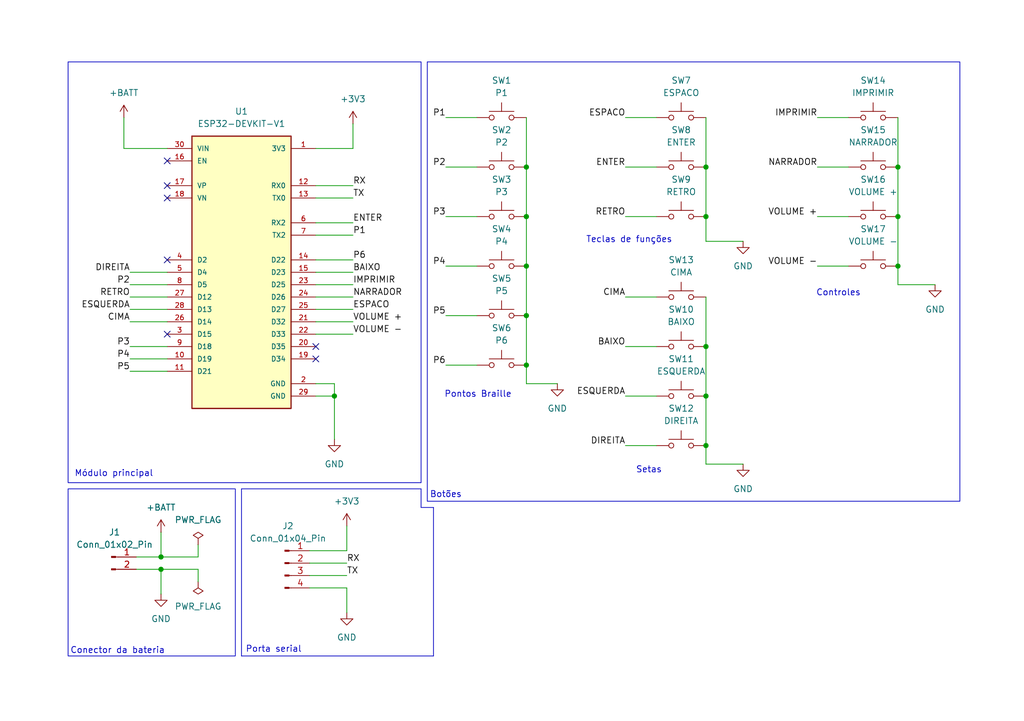
<source format=kicad_sch>
(kicad_sch
	(version 20250114)
	(generator "eeschema")
	(generator_version "9.0")
	(uuid "ef52b112-a521-415d-aca8-608bd5ccb8b7")
	(paper "A5")
	(title_block
		(title "Circuito esquemático Brailink")
		(date "2025-06-19")
		(rev "0")
		(company "UNB 1/2025")
		(comment 1 "Desenho Técnico por Wagner Clemente Coelho Batalha")
		(comment 2 "Diógenes Serejo Ericeira")
		(comment 3 "Thiago Pereira de Castro")
	)
	(lib_symbols
		(symbol "Connector:Conn_01x02_Pin"
			(pin_names
				(offset 1.016)
				(hide yes)
			)
			(exclude_from_sim no)
			(in_bom yes)
			(on_board yes)
			(property "Reference" "J"
				(at 0 2.54 0)
				(effects
					(font
						(size 1.27 1.27)
					)
				)
			)
			(property "Value" "Conn_01x02_Pin"
				(at 0 -5.08 0)
				(effects
					(font
						(size 1.27 1.27)
					)
				)
			)
			(property "Footprint" ""
				(at 0 0 0)
				(effects
					(font
						(size 1.27 1.27)
					)
					(hide yes)
				)
			)
			(property "Datasheet" "~"
				(at 0 0 0)
				(effects
					(font
						(size 1.27 1.27)
					)
					(hide yes)
				)
			)
			(property "Description" "Generic connector, single row, 01x02, script generated"
				(at 0 0 0)
				(effects
					(font
						(size 1.27 1.27)
					)
					(hide yes)
				)
			)
			(property "ki_locked" ""
				(at 0 0 0)
				(effects
					(font
						(size 1.27 1.27)
					)
				)
			)
			(property "ki_keywords" "connector"
				(at 0 0 0)
				(effects
					(font
						(size 1.27 1.27)
					)
					(hide yes)
				)
			)
			(property "ki_fp_filters" "Connector*:*_1x??_*"
				(at 0 0 0)
				(effects
					(font
						(size 1.27 1.27)
					)
					(hide yes)
				)
			)
			(symbol "Conn_01x02_Pin_1_1"
				(rectangle
					(start 0.8636 0.127)
					(end 0 -0.127)
					(stroke
						(width 0.1524)
						(type default)
					)
					(fill
						(type outline)
					)
				)
				(rectangle
					(start 0.8636 -2.413)
					(end 0 -2.667)
					(stroke
						(width 0.1524)
						(type default)
					)
					(fill
						(type outline)
					)
				)
				(polyline
					(pts
						(xy 1.27 0) (xy 0.8636 0)
					)
					(stroke
						(width 0.1524)
						(type default)
					)
					(fill
						(type none)
					)
				)
				(polyline
					(pts
						(xy 1.27 -2.54) (xy 0.8636 -2.54)
					)
					(stroke
						(width 0.1524)
						(type default)
					)
					(fill
						(type none)
					)
				)
				(pin passive line
					(at 5.08 0 180)
					(length 3.81)
					(name "Pin_1"
						(effects
							(font
								(size 1.27 1.27)
							)
						)
					)
					(number "1"
						(effects
							(font
								(size 1.27 1.27)
							)
						)
					)
				)
				(pin passive line
					(at 5.08 -2.54 180)
					(length 3.81)
					(name "Pin_2"
						(effects
							(font
								(size 1.27 1.27)
							)
						)
					)
					(number "2"
						(effects
							(font
								(size 1.27 1.27)
							)
						)
					)
				)
			)
			(embedded_fonts no)
		)
		(symbol "Connector:Conn_01x04_Pin"
			(pin_names
				(offset 1.016)
				(hide yes)
			)
			(exclude_from_sim no)
			(in_bom yes)
			(on_board yes)
			(property "Reference" "J"
				(at 0 5.08 0)
				(effects
					(font
						(size 1.27 1.27)
					)
				)
			)
			(property "Value" "Conn_01x04_Pin"
				(at 0 -7.62 0)
				(effects
					(font
						(size 1.27 1.27)
					)
				)
			)
			(property "Footprint" ""
				(at 0 0 0)
				(effects
					(font
						(size 1.27 1.27)
					)
					(hide yes)
				)
			)
			(property "Datasheet" "~"
				(at 0 0 0)
				(effects
					(font
						(size 1.27 1.27)
					)
					(hide yes)
				)
			)
			(property "Description" "Generic connector, single row, 01x04, script generated"
				(at 0 0 0)
				(effects
					(font
						(size 1.27 1.27)
					)
					(hide yes)
				)
			)
			(property "ki_locked" ""
				(at 0 0 0)
				(effects
					(font
						(size 1.27 1.27)
					)
				)
			)
			(property "ki_keywords" "connector"
				(at 0 0 0)
				(effects
					(font
						(size 1.27 1.27)
					)
					(hide yes)
				)
			)
			(property "ki_fp_filters" "Connector*:*_1x??_*"
				(at 0 0 0)
				(effects
					(font
						(size 1.27 1.27)
					)
					(hide yes)
				)
			)
			(symbol "Conn_01x04_Pin_1_1"
				(rectangle
					(start 0.8636 2.667)
					(end 0 2.413)
					(stroke
						(width 0.1524)
						(type default)
					)
					(fill
						(type outline)
					)
				)
				(rectangle
					(start 0.8636 0.127)
					(end 0 -0.127)
					(stroke
						(width 0.1524)
						(type default)
					)
					(fill
						(type outline)
					)
				)
				(rectangle
					(start 0.8636 -2.413)
					(end 0 -2.667)
					(stroke
						(width 0.1524)
						(type default)
					)
					(fill
						(type outline)
					)
				)
				(rectangle
					(start 0.8636 -4.953)
					(end 0 -5.207)
					(stroke
						(width 0.1524)
						(type default)
					)
					(fill
						(type outline)
					)
				)
				(polyline
					(pts
						(xy 1.27 2.54) (xy 0.8636 2.54)
					)
					(stroke
						(width 0.1524)
						(type default)
					)
					(fill
						(type none)
					)
				)
				(polyline
					(pts
						(xy 1.27 0) (xy 0.8636 0)
					)
					(stroke
						(width 0.1524)
						(type default)
					)
					(fill
						(type none)
					)
				)
				(polyline
					(pts
						(xy 1.27 -2.54) (xy 0.8636 -2.54)
					)
					(stroke
						(width 0.1524)
						(type default)
					)
					(fill
						(type none)
					)
				)
				(polyline
					(pts
						(xy 1.27 -5.08) (xy 0.8636 -5.08)
					)
					(stroke
						(width 0.1524)
						(type default)
					)
					(fill
						(type none)
					)
				)
				(pin passive line
					(at 5.08 2.54 180)
					(length 3.81)
					(name "Pin_1"
						(effects
							(font
								(size 1.27 1.27)
							)
						)
					)
					(number "1"
						(effects
							(font
								(size 1.27 1.27)
							)
						)
					)
				)
				(pin passive line
					(at 5.08 0 180)
					(length 3.81)
					(name "Pin_2"
						(effects
							(font
								(size 1.27 1.27)
							)
						)
					)
					(number "2"
						(effects
							(font
								(size 1.27 1.27)
							)
						)
					)
				)
				(pin passive line
					(at 5.08 -2.54 180)
					(length 3.81)
					(name "Pin_3"
						(effects
							(font
								(size 1.27 1.27)
							)
						)
					)
					(number "3"
						(effects
							(font
								(size 1.27 1.27)
							)
						)
					)
				)
				(pin passive line
					(at 5.08 -5.08 180)
					(length 3.81)
					(name "Pin_4"
						(effects
							(font
								(size 1.27 1.27)
							)
						)
					)
					(number "4"
						(effects
							(font
								(size 1.27 1.27)
							)
						)
					)
				)
			)
			(embedded_fonts no)
		)
		(symbol "ESP32-DEVKIT-V1:ESP32-DEVKIT-V1"
			(pin_names
				(offset 1.016)
			)
			(exclude_from_sim no)
			(in_bom yes)
			(on_board yes)
			(property "Reference" "U"
				(at -10.16 30.48 0)
				(effects
					(font
						(size 1.27 1.27)
					)
					(justify left top)
				)
			)
			(property "Value" "ESP32-DEVKIT-V1"
				(at -10.16 -30.48 0)
				(effects
					(font
						(size 1.27 1.27)
					)
					(justify left bottom)
				)
			)
			(property "Footprint" "ESP32-DEVKIT-V1:MODULE_ESP32_DEVKIT_V1"
				(at 1.016 1.27 90)
				(effects
					(font
						(size 1.27 1.27)
					)
					(justify bottom)
					(hide yes)
				)
			)
			(property "Datasheet" ""
				(at 0 0 0)
				(effects
					(font
						(size 1.27 1.27)
					)
					(hide yes)
				)
			)
			(property "Description" ""
				(at 0 0 0)
				(effects
					(font
						(size 1.27 1.27)
					)
					(hide yes)
				)
			)
			(symbol "ESP32-DEVKIT-V1_0_0"
				(rectangle
					(start -10.16 27.94)
					(end 10.16 -27.94)
					(stroke
						(width 0.254)
						(type default)
					)
					(fill
						(type background)
					)
				)
				(pin input line
					(at -15.24 25.4 0)
					(length 5.08)
					(name "VIN"
						(effects
							(font
								(size 1.016 1.016)
							)
						)
					)
					(number "30"
						(effects
							(font
								(size 1.016 1.016)
							)
						)
					)
				)
				(pin input line
					(at -15.24 22.86 0)
					(length 5.08)
					(name "EN"
						(effects
							(font
								(size 1.016 1.016)
							)
						)
					)
					(number "16"
						(effects
							(font
								(size 1.016 1.016)
							)
						)
					)
				)
				(pin bidirectional line
					(at -15.24 17.78 0)
					(length 5.08)
					(name "VP"
						(effects
							(font
								(size 1.016 1.016)
							)
						)
					)
					(number "17"
						(effects
							(font
								(size 1.016 1.016)
							)
						)
					)
				)
				(pin bidirectional line
					(at -15.24 15.24 0)
					(length 5.08)
					(name "VN"
						(effects
							(font
								(size 1.016 1.016)
							)
						)
					)
					(number "18"
						(effects
							(font
								(size 1.016 1.016)
							)
						)
					)
				)
				(pin bidirectional line
					(at -15.24 2.54 0)
					(length 5.08)
					(name "D2"
						(effects
							(font
								(size 1.016 1.016)
							)
						)
					)
					(number "4"
						(effects
							(font
								(size 1.016 1.016)
							)
						)
					)
				)
				(pin bidirectional line
					(at -15.24 0 0)
					(length 5.08)
					(name "D4"
						(effects
							(font
								(size 1.016 1.016)
							)
						)
					)
					(number "5"
						(effects
							(font
								(size 1.016 1.016)
							)
						)
					)
				)
				(pin bidirectional line
					(at -15.24 -2.54 0)
					(length 5.08)
					(name "D5"
						(effects
							(font
								(size 1.016 1.016)
							)
						)
					)
					(number "8"
						(effects
							(font
								(size 1.016 1.016)
							)
						)
					)
				)
				(pin bidirectional line
					(at -15.24 -5.08 0)
					(length 5.08)
					(name "D12"
						(effects
							(font
								(size 1.016 1.016)
							)
						)
					)
					(number "27"
						(effects
							(font
								(size 1.016 1.016)
							)
						)
					)
				)
				(pin bidirectional line
					(at -15.24 -7.62 0)
					(length 5.08)
					(name "D13"
						(effects
							(font
								(size 1.016 1.016)
							)
						)
					)
					(number "28"
						(effects
							(font
								(size 1.016 1.016)
							)
						)
					)
				)
				(pin bidirectional line
					(at -15.24 -10.16 0)
					(length 5.08)
					(name "D14"
						(effects
							(font
								(size 1.016 1.016)
							)
						)
					)
					(number "26"
						(effects
							(font
								(size 1.016 1.016)
							)
						)
					)
				)
				(pin bidirectional line
					(at -15.24 -12.7 0)
					(length 5.08)
					(name "D15"
						(effects
							(font
								(size 1.016 1.016)
							)
						)
					)
					(number "3"
						(effects
							(font
								(size 1.016 1.016)
							)
						)
					)
				)
				(pin bidirectional line
					(at -15.24 -15.24 0)
					(length 5.08)
					(name "D18"
						(effects
							(font
								(size 1.016 1.016)
							)
						)
					)
					(number "9"
						(effects
							(font
								(size 1.016 1.016)
							)
						)
					)
				)
				(pin bidirectional line
					(at -15.24 -17.78 0)
					(length 5.08)
					(name "D19"
						(effects
							(font
								(size 1.016 1.016)
							)
						)
					)
					(number "10"
						(effects
							(font
								(size 1.016 1.016)
							)
						)
					)
				)
				(pin bidirectional line
					(at -15.24 -20.32 0)
					(length 5.08)
					(name "D21"
						(effects
							(font
								(size 1.016 1.016)
							)
						)
					)
					(number "11"
						(effects
							(font
								(size 1.016 1.016)
							)
						)
					)
				)
				(pin output line
					(at 15.24 25.4 180)
					(length 5.08)
					(name "3V3"
						(effects
							(font
								(size 1.016 1.016)
							)
						)
					)
					(number "1"
						(effects
							(font
								(size 1.016 1.016)
							)
						)
					)
				)
				(pin input line
					(at 15.24 17.78 180)
					(length 5.08)
					(name "RX0"
						(effects
							(font
								(size 1.016 1.016)
							)
						)
					)
					(number "12"
						(effects
							(font
								(size 1.016 1.016)
							)
						)
					)
				)
				(pin output line
					(at 15.24 15.24 180)
					(length 5.08)
					(name "TX0"
						(effects
							(font
								(size 1.016 1.016)
							)
						)
					)
					(number "13"
						(effects
							(font
								(size 1.016 1.016)
							)
						)
					)
				)
				(pin input line
					(at 15.24 10.16 180)
					(length 5.08)
					(name "RX2"
						(effects
							(font
								(size 1.016 1.016)
							)
						)
					)
					(number "6"
						(effects
							(font
								(size 1.016 1.016)
							)
						)
					)
				)
				(pin output line
					(at 15.24 7.62 180)
					(length 5.08)
					(name "TX2"
						(effects
							(font
								(size 1.016 1.016)
							)
						)
					)
					(number "7"
						(effects
							(font
								(size 1.016 1.016)
							)
						)
					)
				)
				(pin bidirectional line
					(at 15.24 2.54 180)
					(length 5.08)
					(name "D22"
						(effects
							(font
								(size 1.016 1.016)
							)
						)
					)
					(number "14"
						(effects
							(font
								(size 1.016 1.016)
							)
						)
					)
				)
				(pin bidirectional line
					(at 15.24 0 180)
					(length 5.08)
					(name "D23"
						(effects
							(font
								(size 1.016 1.016)
							)
						)
					)
					(number "15"
						(effects
							(font
								(size 1.016 1.016)
							)
						)
					)
				)
				(pin bidirectional line
					(at 15.24 -2.54 180)
					(length 5.08)
					(name "D25"
						(effects
							(font
								(size 1.016 1.016)
							)
						)
					)
					(number "23"
						(effects
							(font
								(size 1.016 1.016)
							)
						)
					)
				)
				(pin bidirectional line
					(at 15.24 -5.08 180)
					(length 5.08)
					(name "D26"
						(effects
							(font
								(size 1.016 1.016)
							)
						)
					)
					(number "24"
						(effects
							(font
								(size 1.016 1.016)
							)
						)
					)
				)
				(pin bidirectional line
					(at 15.24 -7.62 180)
					(length 5.08)
					(name "D27"
						(effects
							(font
								(size 1.016 1.016)
							)
						)
					)
					(number "25"
						(effects
							(font
								(size 1.016 1.016)
							)
						)
					)
				)
				(pin bidirectional line
					(at 15.24 -10.16 180)
					(length 5.08)
					(name "D32"
						(effects
							(font
								(size 1.016 1.016)
							)
						)
					)
					(number "21"
						(effects
							(font
								(size 1.016 1.016)
							)
						)
					)
				)
				(pin bidirectional line
					(at 15.24 -12.7 180)
					(length 5.08)
					(name "D33"
						(effects
							(font
								(size 1.016 1.016)
							)
						)
					)
					(number "22"
						(effects
							(font
								(size 1.016 1.016)
							)
						)
					)
				)
				(pin bidirectional line
					(at 15.24 -15.24 180)
					(length 5.08)
					(name "D35"
						(effects
							(font
								(size 1.016 1.016)
							)
						)
					)
					(number "20"
						(effects
							(font
								(size 1.016 1.016)
							)
						)
					)
				)
				(pin bidirectional line
					(at 15.24 -17.78 180)
					(length 5.08)
					(name "D34"
						(effects
							(font
								(size 1.016 1.016)
							)
						)
					)
					(number "19"
						(effects
							(font
								(size 1.016 1.016)
							)
						)
					)
				)
				(pin power_in line
					(at 15.24 -22.86 180)
					(length 5.08)
					(name "GND"
						(effects
							(font
								(size 1.016 1.016)
							)
						)
					)
					(number "2"
						(effects
							(font
								(size 1.016 1.016)
							)
						)
					)
				)
				(pin power_in line
					(at 15.24 -25.4 180)
					(length 5.08)
					(name "GND"
						(effects
							(font
								(size 1.016 1.016)
							)
						)
					)
					(number "29"
						(effects
							(font
								(size 1.016 1.016)
							)
						)
					)
				)
			)
			(embedded_fonts no)
		)
		(symbol "Switch:SW_Push"
			(pin_numbers
				(hide yes)
			)
			(pin_names
				(offset 1.016)
				(hide yes)
			)
			(exclude_from_sim no)
			(in_bom yes)
			(on_board yes)
			(property "Reference" "SW"
				(at 1.27 2.54 0)
				(effects
					(font
						(size 1.27 1.27)
					)
					(justify left)
				)
			)
			(property "Value" "SW_Push"
				(at 0 -1.524 0)
				(effects
					(font
						(size 1.27 1.27)
					)
				)
			)
			(property "Footprint" ""
				(at 0 5.08 0)
				(effects
					(font
						(size 1.27 1.27)
					)
					(hide yes)
				)
			)
			(property "Datasheet" "~"
				(at 0 5.08 0)
				(effects
					(font
						(size 1.27 1.27)
					)
					(hide yes)
				)
			)
			(property "Description" "Push button switch, generic, two pins"
				(at 0 0 0)
				(effects
					(font
						(size 1.27 1.27)
					)
					(hide yes)
				)
			)
			(property "ki_keywords" "switch normally-open pushbutton push-button"
				(at 0 0 0)
				(effects
					(font
						(size 1.27 1.27)
					)
					(hide yes)
				)
			)
			(symbol "SW_Push_0_1"
				(circle
					(center -2.032 0)
					(radius 0.508)
					(stroke
						(width 0)
						(type default)
					)
					(fill
						(type none)
					)
				)
				(polyline
					(pts
						(xy 0 1.27) (xy 0 3.048)
					)
					(stroke
						(width 0)
						(type default)
					)
					(fill
						(type none)
					)
				)
				(circle
					(center 2.032 0)
					(radius 0.508)
					(stroke
						(width 0)
						(type default)
					)
					(fill
						(type none)
					)
				)
				(polyline
					(pts
						(xy 2.54 1.27) (xy -2.54 1.27)
					)
					(stroke
						(width 0)
						(type default)
					)
					(fill
						(type none)
					)
				)
				(pin passive line
					(at -5.08 0 0)
					(length 2.54)
					(name "1"
						(effects
							(font
								(size 1.27 1.27)
							)
						)
					)
					(number "1"
						(effects
							(font
								(size 1.27 1.27)
							)
						)
					)
				)
				(pin passive line
					(at 5.08 0 180)
					(length 2.54)
					(name "2"
						(effects
							(font
								(size 1.27 1.27)
							)
						)
					)
					(number "2"
						(effects
							(font
								(size 1.27 1.27)
							)
						)
					)
				)
			)
			(embedded_fonts no)
		)
		(symbol "power:+3V3"
			(power)
			(pin_numbers
				(hide yes)
			)
			(pin_names
				(offset 0)
				(hide yes)
			)
			(exclude_from_sim no)
			(in_bom yes)
			(on_board yes)
			(property "Reference" "#PWR"
				(at 0 -3.81 0)
				(effects
					(font
						(size 1.27 1.27)
					)
					(hide yes)
				)
			)
			(property "Value" "+3V3"
				(at 0 3.556 0)
				(effects
					(font
						(size 1.27 1.27)
					)
				)
			)
			(property "Footprint" ""
				(at 0 0 0)
				(effects
					(font
						(size 1.27 1.27)
					)
					(hide yes)
				)
			)
			(property "Datasheet" ""
				(at 0 0 0)
				(effects
					(font
						(size 1.27 1.27)
					)
					(hide yes)
				)
			)
			(property "Description" "Power symbol creates a global label with name \"+3V3\""
				(at 0 0 0)
				(effects
					(font
						(size 1.27 1.27)
					)
					(hide yes)
				)
			)
			(property "ki_keywords" "global power"
				(at 0 0 0)
				(effects
					(font
						(size 1.27 1.27)
					)
					(hide yes)
				)
			)
			(symbol "+3V3_0_1"
				(polyline
					(pts
						(xy -0.762 1.27) (xy 0 2.54)
					)
					(stroke
						(width 0)
						(type default)
					)
					(fill
						(type none)
					)
				)
				(polyline
					(pts
						(xy 0 2.54) (xy 0.762 1.27)
					)
					(stroke
						(width 0)
						(type default)
					)
					(fill
						(type none)
					)
				)
				(polyline
					(pts
						(xy 0 0) (xy 0 2.54)
					)
					(stroke
						(width 0)
						(type default)
					)
					(fill
						(type none)
					)
				)
			)
			(symbol "+3V3_1_1"
				(pin power_in line
					(at 0 0 90)
					(length 0)
					(name "~"
						(effects
							(font
								(size 1.27 1.27)
							)
						)
					)
					(number "1"
						(effects
							(font
								(size 1.27 1.27)
							)
						)
					)
				)
			)
			(embedded_fonts no)
		)
		(symbol "power:+BATT"
			(power)
			(pin_numbers
				(hide yes)
			)
			(pin_names
				(offset 0)
				(hide yes)
			)
			(exclude_from_sim no)
			(in_bom yes)
			(on_board yes)
			(property "Reference" "#PWR"
				(at 0 -3.81 0)
				(effects
					(font
						(size 1.27 1.27)
					)
					(hide yes)
				)
			)
			(property "Value" "+BATT"
				(at 0 3.556 0)
				(effects
					(font
						(size 1.27 1.27)
					)
				)
			)
			(property "Footprint" ""
				(at 0 0 0)
				(effects
					(font
						(size 1.27 1.27)
					)
					(hide yes)
				)
			)
			(property "Datasheet" ""
				(at 0 0 0)
				(effects
					(font
						(size 1.27 1.27)
					)
					(hide yes)
				)
			)
			(property "Description" "Power symbol creates a global label with name \"+BATT\""
				(at 0 0 0)
				(effects
					(font
						(size 1.27 1.27)
					)
					(hide yes)
				)
			)
			(property "ki_keywords" "global power battery"
				(at 0 0 0)
				(effects
					(font
						(size 1.27 1.27)
					)
					(hide yes)
				)
			)
			(symbol "+BATT_0_1"
				(polyline
					(pts
						(xy -0.762 1.27) (xy 0 2.54)
					)
					(stroke
						(width 0)
						(type default)
					)
					(fill
						(type none)
					)
				)
				(polyline
					(pts
						(xy 0 2.54) (xy 0.762 1.27)
					)
					(stroke
						(width 0)
						(type default)
					)
					(fill
						(type none)
					)
				)
				(polyline
					(pts
						(xy 0 0) (xy 0 2.54)
					)
					(stroke
						(width 0)
						(type default)
					)
					(fill
						(type none)
					)
				)
			)
			(symbol "+BATT_1_1"
				(pin power_in line
					(at 0 0 90)
					(length 0)
					(name "~"
						(effects
							(font
								(size 1.27 1.27)
							)
						)
					)
					(number "1"
						(effects
							(font
								(size 1.27 1.27)
							)
						)
					)
				)
			)
			(embedded_fonts no)
		)
		(symbol "power:GND"
			(power)
			(pin_numbers
				(hide yes)
			)
			(pin_names
				(offset 0)
				(hide yes)
			)
			(exclude_from_sim no)
			(in_bom yes)
			(on_board yes)
			(property "Reference" "#PWR"
				(at 0 -6.35 0)
				(effects
					(font
						(size 1.27 1.27)
					)
					(hide yes)
				)
			)
			(property "Value" "GND"
				(at 0 -3.81 0)
				(effects
					(font
						(size 1.27 1.27)
					)
				)
			)
			(property "Footprint" ""
				(at 0 0 0)
				(effects
					(font
						(size 1.27 1.27)
					)
					(hide yes)
				)
			)
			(property "Datasheet" ""
				(at 0 0 0)
				(effects
					(font
						(size 1.27 1.27)
					)
					(hide yes)
				)
			)
			(property "Description" "Power symbol creates a global label with name \"GND\" , ground"
				(at 0 0 0)
				(effects
					(font
						(size 1.27 1.27)
					)
					(hide yes)
				)
			)
			(property "ki_keywords" "global power"
				(at 0 0 0)
				(effects
					(font
						(size 1.27 1.27)
					)
					(hide yes)
				)
			)
			(symbol "GND_0_1"
				(polyline
					(pts
						(xy 0 0) (xy 0 -1.27) (xy 1.27 -1.27) (xy 0 -2.54) (xy -1.27 -1.27) (xy 0 -1.27)
					)
					(stroke
						(width 0)
						(type default)
					)
					(fill
						(type none)
					)
				)
			)
			(symbol "GND_1_1"
				(pin power_in line
					(at 0 0 270)
					(length 0)
					(name "~"
						(effects
							(font
								(size 1.27 1.27)
							)
						)
					)
					(number "1"
						(effects
							(font
								(size 1.27 1.27)
							)
						)
					)
				)
			)
			(embedded_fonts no)
		)
		(symbol "power:PWR_FLAG"
			(power)
			(pin_numbers
				(hide yes)
			)
			(pin_names
				(offset 0)
				(hide yes)
			)
			(exclude_from_sim no)
			(in_bom yes)
			(on_board yes)
			(property "Reference" "#FLG"
				(at 0 1.905 0)
				(effects
					(font
						(size 1.27 1.27)
					)
					(hide yes)
				)
			)
			(property "Value" "PWR_FLAG"
				(at 0 3.81 0)
				(effects
					(font
						(size 1.27 1.27)
					)
				)
			)
			(property "Footprint" ""
				(at 0 0 0)
				(effects
					(font
						(size 1.27 1.27)
					)
					(hide yes)
				)
			)
			(property "Datasheet" "~"
				(at 0 0 0)
				(effects
					(font
						(size 1.27 1.27)
					)
					(hide yes)
				)
			)
			(property "Description" "Special symbol for telling ERC where power comes from"
				(at 0 0 0)
				(effects
					(font
						(size 1.27 1.27)
					)
					(hide yes)
				)
			)
			(property "ki_keywords" "flag power"
				(at 0 0 0)
				(effects
					(font
						(size 1.27 1.27)
					)
					(hide yes)
				)
			)
			(symbol "PWR_FLAG_0_0"
				(pin power_out line
					(at 0 0 90)
					(length 0)
					(name "~"
						(effects
							(font
								(size 1.27 1.27)
							)
						)
					)
					(number "1"
						(effects
							(font
								(size 1.27 1.27)
							)
						)
					)
				)
			)
			(symbol "PWR_FLAG_0_1"
				(polyline
					(pts
						(xy 0 0) (xy 0 1.27) (xy -1.016 1.905) (xy 0 2.54) (xy 1.016 1.905) (xy 0 1.27)
					)
					(stroke
						(width 0)
						(type default)
					)
					(fill
						(type none)
					)
				)
			)
			(embedded_fonts no)
		)
	)
	(rectangle
		(start 13.97 100.33)
		(end 48.26 134.62)
		(stroke
			(width 0)
			(type default)
		)
		(fill
			(type none)
		)
		(uuid b0d6d7f8-b72e-473a-a023-70c68d9a0103)
	)
	(rectangle
		(start 87.63 12.7)
		(end 196.85 102.87)
		(stroke
			(width 0)
			(type default)
		)
		(fill
			(type none)
		)
		(uuid c5345507-95a9-4bbf-900e-402b1da8ce6e)
	)
	(rectangle
		(start 13.97 12.7)
		(end 86.36 99.06)
		(stroke
			(width 0)
			(type default)
		)
		(fill
			(type none)
		)
		(uuid d133615f-a892-4fef-a8aa-9036880b2a9d)
	)
	(text "Botões"
		(exclude_from_sim no)
		(at 91.44 101.6 0)
		(effects
			(font
				(size 1.27 1.27)
			)
		)
		(uuid "0f31bf93-4ffd-49fa-b4d4-7f203400cc1b")
	)
	(text "Pontos Braille"
		(exclude_from_sim no)
		(at 98.044 81.026 0)
		(effects
			(font
				(size 1.27 1.27)
			)
		)
		(uuid "157a1523-5b83-49dd-924f-1fe2634b424b")
	)
	(text "Setas\n"
		(exclude_from_sim no)
		(at 133.096 96.52 0)
		(effects
			(font
				(size 1.27 1.27)
			)
		)
		(uuid "16be93e6-b893-4c06-bae2-9720cc243135")
	)
	(text "Teclas de funções\n"
		(exclude_from_sim no)
		(at 129.032 49.276 0)
		(effects
			(font
				(size 1.27 1.27)
			)
		)
		(uuid "19864341-2b34-45d6-899d-6942e890e646")
	)
	(text "Controles"
		(exclude_from_sim no)
		(at 171.958 60.198 0)
		(effects
			(font
				(size 1.27 1.27)
			)
		)
		(uuid "1be21203-3b3e-41e0-896f-c39b25a76dad")
	)
	(text "Porta serial"
		(exclude_from_sim no)
		(at 56.134 133.35 0)
		(effects
			(font
				(size 1.27 1.27)
			)
		)
		(uuid "7de55ba8-ae43-4c15-b538-637e48a09132")
	)
	(text "Conector da bateria\n"
		(exclude_from_sim no)
		(at 24.13 133.604 0)
		(effects
			(font
				(size 1.27 1.27)
			)
		)
		(uuid "b73ced9c-b833-424c-86eb-cd2ecc4456b5")
	)
	(text "Módulo principal"
		(exclude_from_sim no)
		(at 23.368 97.282 0)
		(effects
			(font
				(size 1.27 1.27)
			)
		)
		(uuid "bfb14915-2a8e-4ffd-9df4-cd8bfe319e1b")
	)
	(junction
		(at 144.78 71.12)
		(diameter 0)
		(color 0 0 0 0)
		(uuid "00bb78a0-201e-4092-ac6f-5aa322953ba7")
	)
	(junction
		(at 33.02 114.3)
		(diameter 0)
		(color 0 0 0 0)
		(uuid "1e8212da-d633-46e1-94ca-f19538116550")
	)
	(junction
		(at 144.78 44.45)
		(diameter 0)
		(color 0 0 0 0)
		(uuid "2b9d3121-3e08-4534-9a5a-60e23ebb7bec")
	)
	(junction
		(at 184.15 44.45)
		(diameter 0)
		(color 0 0 0 0)
		(uuid "31c0b6e0-94de-40a7-81af-4eaa027d4b40")
	)
	(junction
		(at 144.78 34.29)
		(diameter 0)
		(color 0 0 0 0)
		(uuid "4313e65e-1284-4ebe-8170-bbbcd5762fc2")
	)
	(junction
		(at 107.95 64.77)
		(diameter 0)
		(color 0 0 0 0)
		(uuid "51ac331d-3b83-4eae-8612-b768f5d95ad4")
	)
	(junction
		(at 33.02 116.84)
		(diameter 0)
		(color 0 0 0 0)
		(uuid "5b540c68-c5ad-4355-a583-480ed426316b")
	)
	(junction
		(at 144.78 91.44)
		(diameter 0)
		(color 0 0 0 0)
		(uuid "833782be-aef9-43f2-9f2e-e40f71cfd370")
	)
	(junction
		(at 107.95 54.61)
		(diameter 0)
		(color 0 0 0 0)
		(uuid "a3630735-b24a-4821-9e9e-3f308f60ccee")
	)
	(junction
		(at 184.15 34.29)
		(diameter 0)
		(color 0 0 0 0)
		(uuid "b0434ee1-3f7a-4a8a-a874-e328d66651ad")
	)
	(junction
		(at 68.58 81.28)
		(diameter 0)
		(color 0 0 0 0)
		(uuid "b6b1fad5-e93d-42e1-9ef0-2f7b2a056d33")
	)
	(junction
		(at 107.95 34.29)
		(diameter 0)
		(color 0 0 0 0)
		(uuid "c66c9c04-5729-4c58-a6a3-312f984e66de")
	)
	(junction
		(at 107.95 74.93)
		(diameter 0)
		(color 0 0 0 0)
		(uuid "cb2d705b-3342-4723-9c4f-3bfc5276014d")
	)
	(junction
		(at 144.78 81.28)
		(diameter 0)
		(color 0 0 0 0)
		(uuid "e5b5b127-c0de-4b10-afa4-f9925b9589cf")
	)
	(junction
		(at 107.95 44.45)
		(diameter 0)
		(color 0 0 0 0)
		(uuid "e6cfbedd-7e51-40e0-80bd-b5eb929390ce")
	)
	(junction
		(at 184.15 54.61)
		(diameter 0)
		(color 0 0 0 0)
		(uuid "fd6721f7-890c-4829-8d53-25a8fe61998a")
	)
	(no_connect
		(at 34.29 53.34)
		(uuid "3958c352-60fa-4b92-884f-1d47e1bbdb7f")
	)
	(no_connect
		(at 34.29 40.64)
		(uuid "474df4e5-25e4-47d8-8047-d19813741931")
	)
	(no_connect
		(at 34.29 68.58)
		(uuid "5a278859-49fa-4f93-b0c1-28afcf2564da")
	)
	(no_connect
		(at 64.77 73.66)
		(uuid "5e979854-64dd-418b-ae94-ef5dbe780568")
	)
	(no_connect
		(at 34.29 38.1)
		(uuid "b1973a8a-3c4e-4f33-8baa-fed5deffb2b8")
	)
	(no_connect
		(at 64.77 71.12)
		(uuid "b5aacb89-e5cf-4ab6-9274-185c1f450efd")
	)
	(no_connect
		(at 34.29 33.02)
		(uuid "cfb7d7aa-a90e-4810-b9d0-b7ad485d56f2")
	)
	(polyline
		(pts
			(xy 49.53 100.33) (xy 86.36 100.33)
		)
		(stroke
			(width 0)
			(type default)
		)
		(uuid "008d724a-f1b5-4b31-97b0-98849b4bdd88")
	)
	(wire
		(pts
			(xy 144.78 24.13) (xy 144.78 34.29)
		)
		(stroke
			(width 0)
			(type default)
		)
		(uuid "11f06b1a-1b13-417e-b173-97152b27bc23")
	)
	(wire
		(pts
			(xy 107.95 24.13) (xy 107.95 34.29)
		)
		(stroke
			(width 0)
			(type default)
		)
		(uuid "129ea41e-fdac-43b9-aeaf-e1ec1930dbb4")
	)
	(wire
		(pts
			(xy 25.4 24.13) (xy 25.4 30.48)
		)
		(stroke
			(width 0)
			(type default)
		)
		(uuid "14341761-96c0-4f8b-8660-507c45ea9cb7")
	)
	(wire
		(pts
			(xy 71.12 120.65) (xy 71.12 125.73)
		)
		(stroke
			(width 0)
			(type default)
		)
		(uuid "14c91ddb-ac94-4483-930d-809207fafc50")
	)
	(wire
		(pts
			(xy 26.67 63.5) (xy 34.29 63.5)
		)
		(stroke
			(width 0)
			(type default)
		)
		(uuid "1815d440-c467-49f8-b893-08990eec5641")
	)
	(wire
		(pts
			(xy 144.78 44.45) (xy 144.78 49.53)
		)
		(stroke
			(width 0)
			(type default)
		)
		(uuid "1ad0f199-9ce8-49d4-bdef-61115d8480c4")
	)
	(wire
		(pts
			(xy 71.12 107.95) (xy 71.12 113.03)
		)
		(stroke
			(width 0)
			(type default)
		)
		(uuid "1db382a5-d2fd-49bf-81c2-9cad364d09dd")
	)
	(wire
		(pts
			(xy 72.39 55.88) (xy 64.77 55.88)
		)
		(stroke
			(width 0)
			(type default)
		)
		(uuid "20acb612-dffa-4a7a-b68a-a54685335d58")
	)
	(wire
		(pts
			(xy 64.77 78.74) (xy 68.58 78.74)
		)
		(stroke
			(width 0)
			(type default)
		)
		(uuid "21159d60-cebc-4d61-bc99-81506ac4cadf")
	)
	(wire
		(pts
			(xy 128.27 81.28) (xy 134.62 81.28)
		)
		(stroke
			(width 0)
			(type default)
		)
		(uuid "21c8bfc1-9118-4c3f-8962-194a9ed970ec")
	)
	(wire
		(pts
			(xy 184.15 44.45) (xy 184.15 54.61)
		)
		(stroke
			(width 0)
			(type default)
		)
		(uuid "23d934b7-b024-45b5-b354-e1dc76f04cb3")
	)
	(wire
		(pts
			(xy 64.77 68.58) (xy 72.39 68.58)
		)
		(stroke
			(width 0)
			(type default)
		)
		(uuid "23fc965e-05f1-4f21-9d8a-8371ce49224b")
	)
	(wire
		(pts
			(xy 72.39 25.4) (xy 72.39 30.48)
		)
		(stroke
			(width 0)
			(type default)
		)
		(uuid "24b1ad8a-ba33-4a37-bb5e-ee2ab4ba5a35")
	)
	(wire
		(pts
			(xy 167.64 54.61) (xy 173.99 54.61)
		)
		(stroke
			(width 0)
			(type default)
		)
		(uuid "27370b19-951e-49ad-80a4-1acdb624d114")
	)
	(polyline
		(pts
			(xy 88.9 134.62) (xy 49.53 134.62)
		)
		(stroke
			(width 0)
			(type default)
		)
		(uuid "29fb0942-0e24-4c10-8e95-0effcc091ca3")
	)
	(wire
		(pts
			(xy 63.5 120.65) (xy 71.12 120.65)
		)
		(stroke
			(width 0)
			(type default)
		)
		(uuid "2cd77e5c-e581-42f5-a24a-a5da641e3c60")
	)
	(wire
		(pts
			(xy 63.5 115.57) (xy 71.12 115.57)
		)
		(stroke
			(width 0)
			(type default)
		)
		(uuid "2d0fb2ed-c0a6-4949-833f-1205b2892f63")
	)
	(wire
		(pts
			(xy 26.67 73.66) (xy 34.29 73.66)
		)
		(stroke
			(width 0)
			(type default)
		)
		(uuid "2dfee978-4be4-495c-9384-72d4e6b5e3c8")
	)
	(wire
		(pts
			(xy 144.78 81.28) (xy 144.78 91.44)
		)
		(stroke
			(width 0)
			(type default)
		)
		(uuid "2e4af5d7-29eb-4d13-9396-c617ac18320c")
	)
	(wire
		(pts
			(xy 107.95 64.77) (xy 107.95 74.93)
		)
		(stroke
			(width 0)
			(type default)
		)
		(uuid "34ab6584-92bd-4231-90e3-0f616a0c3739")
	)
	(wire
		(pts
			(xy 144.78 34.29) (xy 144.78 44.45)
		)
		(stroke
			(width 0)
			(type default)
		)
		(uuid "36d7cfa2-ad8c-4a0f-954b-d5472ef86a9a")
	)
	(wire
		(pts
			(xy 26.67 58.42) (xy 34.29 58.42)
		)
		(stroke
			(width 0)
			(type default)
		)
		(uuid "38ea5ccf-024a-45e1-8060-be4cfabddd99")
	)
	(wire
		(pts
			(xy 107.95 54.61) (xy 107.95 64.77)
		)
		(stroke
			(width 0)
			(type default)
		)
		(uuid "3fa46b1a-3260-44cf-8131-ca2a39caf590")
	)
	(wire
		(pts
			(xy 26.67 76.2) (xy 34.29 76.2)
		)
		(stroke
			(width 0)
			(type default)
		)
		(uuid "42b41c57-4825-46ea-b6e4-0dd6a5fc18eb")
	)
	(wire
		(pts
			(xy 64.77 45.72) (xy 72.39 45.72)
		)
		(stroke
			(width 0)
			(type default)
		)
		(uuid "479df247-dc96-431b-a030-3cfccf7b94ff")
	)
	(wire
		(pts
			(xy 34.29 60.96) (xy 26.67 60.96)
		)
		(stroke
			(width 0)
			(type default)
		)
		(uuid "481a67f1-6d8c-4602-9e24-f4e36e495def")
	)
	(wire
		(pts
			(xy 63.5 113.03) (xy 71.12 113.03)
		)
		(stroke
			(width 0)
			(type default)
		)
		(uuid "4ca674e4-5801-4384-a22d-5f2fb2e5df11")
	)
	(polyline
		(pts
			(xy 49.53 134.62) (xy 49.53 100.33)
		)
		(stroke
			(width 0)
			(type default)
		)
		(uuid "52c280d5-0218-4f74-88b6-76041efd4932")
	)
	(wire
		(pts
			(xy 40.64 116.84) (xy 40.64 119.38)
		)
		(stroke
			(width 0)
			(type default)
		)
		(uuid "5addfbf9-680d-4983-8b11-cc92554b6147")
	)
	(wire
		(pts
			(xy 64.77 38.1) (xy 72.39 38.1)
		)
		(stroke
			(width 0)
			(type default)
		)
		(uuid "5bfd97a6-ff1a-45c6-a091-b6d6ee7ebb39")
	)
	(wire
		(pts
			(xy 64.77 66.04) (xy 72.39 66.04)
		)
		(stroke
			(width 0)
			(type default)
		)
		(uuid "5cebc384-f342-4b08-a749-f45cb10ae4be")
	)
	(wire
		(pts
			(xy 64.77 30.48) (xy 72.39 30.48)
		)
		(stroke
			(width 0)
			(type default)
		)
		(uuid "5f37739e-e73b-4d63-9136-7abf6d928f91")
	)
	(wire
		(pts
			(xy 144.78 71.12) (xy 144.78 81.28)
		)
		(stroke
			(width 0)
			(type default)
		)
		(uuid "5fc208a1-c001-4fb2-915a-1e1b580ed514")
	)
	(polyline
		(pts
			(xy 86.36 100.33) (xy 86.36 104.14)
		)
		(stroke
			(width 0)
			(type default)
		)
		(uuid "612ebde7-fdbe-4add-817c-b5ca90f437b5")
	)
	(wire
		(pts
			(xy 91.44 44.45) (xy 97.79 44.45)
		)
		(stroke
			(width 0)
			(type default)
		)
		(uuid "68ee93ad-2ec8-4a5d-b656-8e2c75769e80")
	)
	(wire
		(pts
			(xy 144.78 60.96) (xy 144.78 71.12)
		)
		(stroke
			(width 0)
			(type default)
		)
		(uuid "6b305ad5-d84a-4f11-82ea-86706138fe2d")
	)
	(wire
		(pts
			(xy 128.27 44.45) (xy 134.62 44.45)
		)
		(stroke
			(width 0)
			(type default)
		)
		(uuid "719d4362-012b-446f-a4f1-8f11883ee6d8")
	)
	(wire
		(pts
			(xy 184.15 24.13) (xy 184.15 34.29)
		)
		(stroke
			(width 0)
			(type default)
		)
		(uuid "719f1401-226e-4be0-9ece-65ccd154b7f2")
	)
	(wire
		(pts
			(xy 128.27 91.44) (xy 134.62 91.44)
		)
		(stroke
			(width 0)
			(type default)
		)
		(uuid "731d1fb0-1b3f-4ffe-846c-f8e7643ff77a")
	)
	(wire
		(pts
			(xy 33.02 114.3) (xy 33.02 109.22)
		)
		(stroke
			(width 0)
			(type default)
		)
		(uuid "77880325-2829-4ef7-9809-80b6fbc0450f")
	)
	(wire
		(pts
			(xy 167.64 44.45) (xy 173.99 44.45)
		)
		(stroke
			(width 0)
			(type default)
		)
		(uuid "7961872a-ac8a-4442-ac5e-ad529bf69cc6")
	)
	(wire
		(pts
			(xy 68.58 90.17) (xy 68.58 81.28)
		)
		(stroke
			(width 0)
			(type default)
		)
		(uuid "7f362e1b-b6e5-4f2f-bdb9-5c1f28545635")
	)
	(wire
		(pts
			(xy 91.44 64.77) (xy 97.79 64.77)
		)
		(stroke
			(width 0)
			(type default)
		)
		(uuid "81333b99-a248-481f-9dac-739c0243afce")
	)
	(wire
		(pts
			(xy 64.77 40.64) (xy 72.39 40.64)
		)
		(stroke
			(width 0)
			(type default)
		)
		(uuid "8183bac6-68bf-4891-b4fb-80d151d25cf5")
	)
	(wire
		(pts
			(xy 33.02 121.92) (xy 33.02 116.84)
		)
		(stroke
			(width 0)
			(type default)
		)
		(uuid "81a5c3fb-95e4-4853-b730-0ee8b73ffa60")
	)
	(wire
		(pts
			(xy 64.77 60.96) (xy 72.39 60.96)
		)
		(stroke
			(width 0)
			(type default)
		)
		(uuid "8e3e8307-6783-47e5-a7aa-27f54d9e1230")
	)
	(wire
		(pts
			(xy 27.94 116.84) (xy 33.02 116.84)
		)
		(stroke
			(width 0)
			(type default)
		)
		(uuid "93663914-7df5-4932-93d8-c34d97599e91")
	)
	(wire
		(pts
			(xy 184.15 58.42) (xy 191.77 58.42)
		)
		(stroke
			(width 0)
			(type default)
		)
		(uuid "940b56db-3c26-4a96-b8a4-87ef55475a5b")
	)
	(wire
		(pts
			(xy 25.4 30.48) (xy 34.29 30.48)
		)
		(stroke
			(width 0)
			(type default)
		)
		(uuid "94648ee4-ffde-470e-b4fc-5830211f85e2")
	)
	(wire
		(pts
			(xy 64.77 48.26) (xy 72.39 48.26)
		)
		(stroke
			(width 0)
			(type default)
		)
		(uuid "948f137e-bcf7-4deb-94b5-6d7dbc7ede14")
	)
	(wire
		(pts
			(xy 128.27 60.96) (xy 134.62 60.96)
		)
		(stroke
			(width 0)
			(type default)
		)
		(uuid "a3c31511-a120-4852-ba8d-06adf439dada")
	)
	(wire
		(pts
			(xy 167.64 24.13) (xy 173.99 24.13)
		)
		(stroke
			(width 0)
			(type default)
		)
		(uuid "a7e348da-737d-4ce7-a64c-31a60d618237")
	)
	(wire
		(pts
			(xy 91.44 24.13) (xy 97.79 24.13)
		)
		(stroke
			(width 0)
			(type default)
		)
		(uuid "adf54f6e-5e37-4de0-abf3-bc876750ba16")
	)
	(wire
		(pts
			(xy 26.67 71.12) (xy 34.29 71.12)
		)
		(stroke
			(width 0)
			(type default)
		)
		(uuid "af2b9bec-a829-492d-b4e0-7ff61f2f45f2")
	)
	(wire
		(pts
			(xy 107.95 44.45) (xy 107.95 54.61)
		)
		(stroke
			(width 0)
			(type default)
		)
		(uuid "b038b571-ccaf-48fa-9e89-54997e9a62a9")
	)
	(wire
		(pts
			(xy 128.27 71.12) (xy 134.62 71.12)
		)
		(stroke
			(width 0)
			(type default)
		)
		(uuid "b1b92e3a-d5d2-4e9d-b13c-59b7a797776a")
	)
	(wire
		(pts
			(xy 68.58 78.74) (xy 68.58 81.28)
		)
		(stroke
			(width 0)
			(type default)
		)
		(uuid "b333bc6f-8a03-4d3b-96b5-6bb163c366c5")
	)
	(wire
		(pts
			(xy 63.5 118.11) (xy 71.12 118.11)
		)
		(stroke
			(width 0)
			(type default)
		)
		(uuid "b6e5016f-7e60-4a95-9055-638085c55151")
	)
	(wire
		(pts
			(xy 91.44 34.29) (xy 97.79 34.29)
		)
		(stroke
			(width 0)
			(type default)
		)
		(uuid "b80d5640-2c0c-4396-bb61-e3ec325d1597")
	)
	(wire
		(pts
			(xy 91.44 74.93) (xy 97.79 74.93)
		)
		(stroke
			(width 0)
			(type default)
		)
		(uuid "bd8688b6-cfd5-4b49-b6a5-55cc780d9800")
	)
	(wire
		(pts
			(xy 144.78 95.25) (xy 152.4 95.25)
		)
		(stroke
			(width 0)
			(type default)
		)
		(uuid "c59099f4-a130-4f32-a9e4-011f5a6bcade")
	)
	(wire
		(pts
			(xy 167.64 34.29) (xy 173.99 34.29)
		)
		(stroke
			(width 0)
			(type default)
		)
		(uuid "ca03bca3-4daf-4689-b567-8730215b0bf8")
	)
	(wire
		(pts
			(xy 128.27 24.13) (xy 134.62 24.13)
		)
		(stroke
			(width 0)
			(type default)
		)
		(uuid "cca6d3f3-3e93-401e-82bc-a287651b32c8")
	)
	(wire
		(pts
			(xy 33.02 116.84) (xy 40.64 116.84)
		)
		(stroke
			(width 0)
			(type default)
		)
		(uuid "cd73a4d6-d2bd-442b-97b5-0b6163509f53")
	)
	(wire
		(pts
			(xy 184.15 58.42) (xy 184.15 54.61)
		)
		(stroke
			(width 0)
			(type default)
		)
		(uuid "d1475e88-6e0b-4ea1-9cb4-e7aeb90a2603")
	)
	(wire
		(pts
			(xy 91.44 54.61) (xy 97.79 54.61)
		)
		(stroke
			(width 0)
			(type default)
		)
		(uuid "d249c8cb-6eb2-4dc0-96d5-659e46daa9e8")
	)
	(wire
		(pts
			(xy 27.94 114.3) (xy 33.02 114.3)
		)
		(stroke
			(width 0)
			(type default)
		)
		(uuid "d24b41db-75e2-44d9-afaf-73f38e535c2d")
	)
	(wire
		(pts
			(xy 107.95 34.29) (xy 107.95 44.45)
		)
		(stroke
			(width 0)
			(type default)
		)
		(uuid "d298cc60-7f43-4509-a035-98302e66db62")
	)
	(wire
		(pts
			(xy 33.02 114.3) (xy 40.64 114.3)
		)
		(stroke
			(width 0)
			(type default)
		)
		(uuid "de0774c4-379c-4490-ab37-caa87e09eaf5")
	)
	(wire
		(pts
			(xy 64.77 58.42) (xy 72.39 58.42)
		)
		(stroke
			(width 0)
			(type default)
		)
		(uuid "dfa2e0c5-ddbe-4114-b7e2-dcce69f5775f")
	)
	(wire
		(pts
			(xy 128.27 34.29) (xy 134.62 34.29)
		)
		(stroke
			(width 0)
			(type default)
		)
		(uuid "e0c40100-9810-4266-a7e9-1bb26c8dee43")
	)
	(wire
		(pts
			(xy 184.15 34.29) (xy 184.15 44.45)
		)
		(stroke
			(width 0)
			(type default)
		)
		(uuid "e2270a12-0e55-4763-a3cd-09ac00f831cd")
	)
	(polyline
		(pts
			(xy 86.36 104.14) (xy 88.9 104.14)
		)
		(stroke
			(width 0)
			(type default)
		)
		(uuid "e4ace8e1-d7b8-42e2-8b26-59d8f449f10b")
	)
	(wire
		(pts
			(xy 26.67 66.04) (xy 34.29 66.04)
		)
		(stroke
			(width 0)
			(type default)
		)
		(uuid "e684eccf-fe0c-4779-af6d-f498b3701507")
	)
	(wire
		(pts
			(xy 144.78 49.53) (xy 152.4 49.53)
		)
		(stroke
			(width 0)
			(type default)
		)
		(uuid "e96a720f-a8e9-405c-a22b-8c992fee62c6")
	)
	(wire
		(pts
			(xy 144.78 95.25) (xy 144.78 91.44)
		)
		(stroke
			(width 0)
			(type default)
		)
		(uuid "eaa78746-e966-4728-96a8-4a1c9512676e")
	)
	(wire
		(pts
			(xy 107.95 74.93) (xy 107.95 78.74)
		)
		(stroke
			(width 0)
			(type default)
		)
		(uuid "f097c9c6-8220-446b-9bdd-a7d99c722e81")
	)
	(wire
		(pts
			(xy 64.77 63.5) (xy 72.39 63.5)
		)
		(stroke
			(width 0)
			(type default)
		)
		(uuid "f10f6a54-86c9-4dc9-959d-60e73237ef33")
	)
	(wire
		(pts
			(xy 40.64 114.3) (xy 40.64 111.76)
		)
		(stroke
			(width 0)
			(type default)
		)
		(uuid "f227c353-d353-4295-92bd-b25a27d7eec7")
	)
	(wire
		(pts
			(xy 64.77 53.34) (xy 72.39 53.34)
		)
		(stroke
			(width 0)
			(type default)
		)
		(uuid "f293c2c4-8a0c-4255-ab6d-631c751998f3")
	)
	(polyline
		(pts
			(xy 88.9 104.14) (xy 88.9 134.62)
		)
		(stroke
			(width 0)
			(type default)
		)
		(uuid "f794c7a6-86e4-4792-851e-9b793f7a1045")
	)
	(wire
		(pts
			(xy 26.67 55.88) (xy 34.29 55.88)
		)
		(stroke
			(width 0)
			(type default)
		)
		(uuid "f8fc49b3-ceb3-48c2-8b90-1ac15850da30")
	)
	(wire
		(pts
			(xy 64.77 81.28) (xy 68.58 81.28)
		)
		(stroke
			(width 0)
			(type default)
		)
		(uuid "f9b961e5-069e-4636-a2a4-c3c0da24f204")
	)
	(wire
		(pts
			(xy 107.95 78.74) (xy 114.3 78.74)
		)
		(stroke
			(width 0)
			(type default)
		)
		(uuid "fb48bdc7-d6b5-45e4-ada2-998ee96981ac")
	)
	(label "ESPACO"
		(at 72.39 63.5 0)
		(effects
			(font
				(size 1.27 1.27)
			)
			(justify left bottom)
		)
		(uuid "09d6467a-7973-4697-8091-1e990c031006")
	)
	(label "IMPRIMIR"
		(at 72.39 58.42 0)
		(effects
			(font
				(size 1.27 1.27)
			)
			(justify left bottom)
		)
		(uuid "18d63142-9fd3-4c0e-8c29-1cd773c66c56")
	)
	(label "P4"
		(at 91.44 54.61 180)
		(effects
			(font
				(size 1.27 1.27)
			)
			(justify right bottom)
		)
		(uuid "1c4302ec-342f-46b2-8a54-a36c165da577")
	)
	(label "BAIXO"
		(at 128.27 71.12 180)
		(effects
			(font
				(size 1.27 1.27)
			)
			(justify right bottom)
		)
		(uuid "2105291e-d33c-46d3-802f-3bf8c11f0b95")
	)
	(label "ESQUERDA"
		(at 26.67 63.5 180)
		(effects
			(font
				(size 1.27 1.27)
			)
			(justify right bottom)
		)
		(uuid "21ba84aa-d75b-4131-b743-edd8c5262c66")
	)
	(label "P4"
		(at 26.67 73.66 180)
		(effects
			(font
				(size 1.27 1.27)
			)
			(justify right bottom)
		)
		(uuid "2a76b45c-7e52-4255-bc57-d7c7c3d4c007")
	)
	(label "P6"
		(at 91.44 74.93 180)
		(effects
			(font
				(size 1.27 1.27)
			)
			(justify right bottom)
		)
		(uuid "2c057b8b-556e-4740-b78c-06829a034cab")
	)
	(label "ESQUERDA"
		(at 128.27 81.28 180)
		(effects
			(font
				(size 1.27 1.27)
			)
			(justify right bottom)
		)
		(uuid "366f41fc-f475-4eb6-9533-87621cdccf64")
	)
	(label "RETRO"
		(at 26.67 60.96 180)
		(effects
			(font
				(size 1.27 1.27)
			)
			(justify right bottom)
		)
		(uuid "36a12208-2add-4a00-83fa-fb706bbd13bf")
	)
	(label "P6"
		(at 72.39 53.34 0)
		(effects
			(font
				(size 1.27 1.27)
			)
			(justify left bottom)
		)
		(uuid "3a2e5cf5-4481-4802-ae7d-80c2c791d757")
	)
	(label "ESPACO"
		(at 128.27 24.13 180)
		(effects
			(font
				(size 1.27 1.27)
			)
			(justify right bottom)
		)
		(uuid "3f41a9f6-1ba8-4a08-b4cc-721092b50ced")
	)
	(label "CIMA"
		(at 26.67 66.04 180)
		(effects
			(font
				(size 1.27 1.27)
			)
			(justify right bottom)
		)
		(uuid "40a2fe00-17b5-4a14-9c6e-33a68a986e14")
	)
	(label "P3"
		(at 91.44 44.45 180)
		(effects
			(font
				(size 1.27 1.27)
			)
			(justify right bottom)
		)
		(uuid "4386a875-4974-4d0c-a946-4cde31773f24")
	)
	(label "RETRO"
		(at 128.27 44.45 180)
		(effects
			(font
				(size 1.27 1.27)
			)
			(justify right bottom)
		)
		(uuid "4d9c35d5-521c-4e85-ba10-4a40c6873421")
	)
	(label "IMPRIMIR"
		(at 167.64 24.13 180)
		(effects
			(font
				(size 1.27 1.27)
			)
			(justify right bottom)
		)
		(uuid "4e6fe4ab-3c5a-429c-b321-927e77219a0e")
	)
	(label "NARRADOR"
		(at 167.64 34.29 180)
		(effects
			(font
				(size 1.27 1.27)
			)
			(justify right bottom)
		)
		(uuid "56e4f155-2ef6-4b2f-a6a7-8f8cc592c454")
	)
	(label "TX"
		(at 72.39 40.64 0)
		(effects
			(font
				(size 1.27 1.27)
			)
			(justify left bottom)
		)
		(uuid "64685460-ea02-48d3-8420-fa6cf55ae9c3")
	)
	(label "TX"
		(at 71.12 118.11 0)
		(effects
			(font
				(size 1.27 1.27)
			)
			(justify left bottom)
		)
		(uuid "66222af1-7740-4cb8-a4fc-436e40624ad7")
	)
	(label "DIREITA"
		(at 128.27 91.44 180)
		(effects
			(font
				(size 1.27 1.27)
			)
			(justify right bottom)
		)
		(uuid "6de7b645-32a5-4ead-9121-c4ce49ef061c")
	)
	(label "RX"
		(at 71.12 115.57 0)
		(effects
			(font
				(size 1.27 1.27)
			)
			(justify left bottom)
		)
		(uuid "72f481e5-5a28-4058-bd48-877dc993c386")
	)
	(label "VOLUME -"
		(at 72.39 68.58 0)
		(effects
			(font
				(size 1.27 1.27)
			)
			(justify left bottom)
		)
		(uuid "770efff2-1767-4e89-a4cf-89153d45bbbf")
	)
	(label "VOLUME +"
		(at 167.64 44.45 180)
		(effects
			(font
				(size 1.27 1.27)
			)
			(justify right bottom)
		)
		(uuid "81e5a416-5a51-4a80-adff-c1129f6cfd56")
	)
	(label "CIMA"
		(at 128.27 60.96 180)
		(effects
			(font
				(size 1.27 1.27)
			)
			(justify right bottom)
		)
		(uuid "9562e3e1-d303-4a60-a59d-d1605eac81ba")
	)
	(label "ENTER"
		(at 128.27 34.29 180)
		(effects
			(font
				(size 1.27 1.27)
			)
			(justify right bottom)
		)
		(uuid "976426fd-3062-4f5b-b7da-c9369a84491f")
	)
	(label "RX"
		(at 72.39 38.1 0)
		(effects
			(font
				(size 1.27 1.27)
			)
			(justify left bottom)
		)
		(uuid "9be552db-4248-4143-8832-e3d2216e268f")
	)
	(label "VOLUME +"
		(at 72.39 66.04 0)
		(effects
			(font
				(size 1.27 1.27)
			)
			(justify left bottom)
		)
		(uuid "a1d52f3f-667b-410e-80ae-4ca055b0cfc4")
	)
	(label "P5"
		(at 26.67 76.2 180)
		(effects
			(font
				(size 1.27 1.27)
			)
			(justify right bottom)
		)
		(uuid "a4cc40fe-8a77-48f9-8950-80c5e4f5949b")
	)
	(label "DIREITA"
		(at 26.67 55.88 180)
		(effects
			(font
				(size 1.27 1.27)
			)
			(justify right bottom)
		)
		(uuid "b931378f-7ca4-4704-bc28-0e8ebbe78608")
	)
	(label "P1"
		(at 91.44 24.13 180)
		(effects
			(font
				(size 1.27 1.27)
			)
			(justify right bottom)
		)
		(uuid "c0b58360-2c67-45c8-a6b9-2cf901dcf028")
	)
	(label "P2"
		(at 26.67 58.42 180)
		(effects
			(font
				(size 1.27 1.27)
			)
			(justify right bottom)
		)
		(uuid "c0be8eaf-74a6-4dc8-8ec3-33f6c7440a85")
	)
	(label "NARRADOR"
		(at 72.39 60.96 0)
		(effects
			(font
				(size 1.27 1.27)
			)
			(justify left bottom)
		)
		(uuid "c8b9e573-84d1-493b-90ef-1e386a915426")
	)
	(label "P3"
		(at 26.67 71.12 180)
		(effects
			(font
				(size 1.27 1.27)
			)
			(justify right bottom)
		)
		(uuid "de2f35dc-c43d-4ce9-bd68-613b4d1172d2")
	)
	(label "P5"
		(at 91.44 64.77 180)
		(effects
			(font
				(size 1.27 1.27)
			)
			(justify right bottom)
		)
		(uuid "e40b1fd1-991e-4a44-a160-d418b6f42a72")
	)
	(label "BAIXO"
		(at 72.39 55.88 0)
		(effects
			(font
				(size 1.27 1.27)
			)
			(justify left bottom)
		)
		(uuid "e56370b8-8425-4e6f-bfe2-3c02b2b08b22")
	)
	(label "VOLUME -"
		(at 167.64 54.61 180)
		(effects
			(font
				(size 1.27 1.27)
			)
			(justify right bottom)
		)
		(uuid "ed763ce6-273f-430c-83cb-ec55f07f076e")
	)
	(label "ENTER"
		(at 72.39 45.72 0)
		(effects
			(font
				(size 1.27 1.27)
			)
			(justify left bottom)
		)
		(uuid "f01a3196-491a-4dac-9e5f-53c20ef40393")
	)
	(label "P1"
		(at 72.39 48.26 0)
		(effects
			(font
				(size 1.27 1.27)
			)
			(justify left bottom)
		)
		(uuid "f351e444-f6b3-4b68-b0a8-b6cebcec288b")
	)
	(label "P2"
		(at 91.44 34.29 180)
		(effects
			(font
				(size 1.27 1.27)
			)
			(justify right bottom)
		)
		(uuid "ff74f3df-d874-413b-930d-3085ecb16a9e")
	)
	(symbol
		(lib_id "Switch:SW_Push")
		(at 102.87 54.61 0)
		(unit 1)
		(exclude_from_sim no)
		(in_bom yes)
		(on_board yes)
		(dnp no)
		(fields_autoplaced yes)
		(uuid "04262eeb-92d0-4783-bc2d-0380b653ccbe")
		(property "Reference" "SW4"
			(at 102.87 46.99 0)
			(effects
				(font
					(size 1.27 1.27)
				)
			)
		)
		(property "Value" "P4"
			(at 102.87 49.53 0)
			(effects
				(font
					(size 1.27 1.27)
				)
			)
		)
		(property "Footprint" "PCM_Switch_Keyboard_Cherry_MX:SW_Cherry_MX_PCB_1.00u"
			(at 102.87 49.53 0)
			(effects
				(font
					(size 1.27 1.27)
				)
				(hide yes)
			)
		)
		(property "Datasheet" "~"
			(at 102.87 49.53 0)
			(effects
				(font
					(size 1.27 1.27)
				)
				(hide yes)
			)
		)
		(property "Description" "Push button switch, generic, two pins"
			(at 102.87 54.61 0)
			(effects
				(font
					(size 1.27 1.27)
				)
				(hide yes)
			)
		)
		(pin "1"
			(uuid "a4b8cf9d-fbde-4b9d-8acf-49b6d3aaf699")
		)
		(pin "2"
			(uuid "66564a49-c706-4b46-bed1-4adfd16398f5")
		)
		(instances
			(project "tecladoBraile"
				(path "/ef52b112-a521-415d-aca8-608bd5ccb8b7"
					(reference "SW4")
					(unit 1)
				)
			)
		)
	)
	(symbol
		(lib_id "Switch:SW_Push")
		(at 139.7 81.28 0)
		(unit 1)
		(exclude_from_sim no)
		(in_bom yes)
		(on_board yes)
		(dnp no)
		(uuid "07a86991-3a0e-4d0d-a9d3-e16b90b07b78")
		(property "Reference" "SW11"
			(at 139.7 73.66 0)
			(effects
				(font
					(size 1.27 1.27)
				)
			)
		)
		(property "Value" "ESQUERDA"
			(at 139.7 76.2 0)
			(effects
				(font
					(size 1.27 1.27)
				)
			)
		)
		(property "Footprint" "PCM_Switch_Keyboard_Cherry_MX:SW_Cherry_MX_PCB_1.00u"
			(at 139.7 76.2 0)
			(effects
				(font
					(size 1.27 1.27)
				)
				(hide yes)
			)
		)
		(property "Datasheet" "~"
			(at 139.7 76.2 0)
			(effects
				(font
					(size 1.27 1.27)
				)
				(hide yes)
			)
		)
		(property "Description" "Push button switch, generic, two pins"
			(at 139.7 81.28 0)
			(effects
				(font
					(size 1.27 1.27)
				)
				(hide yes)
			)
		)
		(pin "1"
			(uuid "50c6027c-4196-4795-9d1a-a621366addf6")
		)
		(pin "2"
			(uuid "23a196d0-f70d-41d0-ba3b-40c90138357c")
		)
		(instances
			(project "tecladoBraile"
				(path "/ef52b112-a521-415d-aca8-608bd5ccb8b7"
					(reference "SW11")
					(unit 1)
				)
			)
		)
	)
	(symbol
		(lib_id "ESP32-DEVKIT-V1:ESP32-DEVKIT-V1")
		(at 49.53 55.88 0)
		(unit 1)
		(exclude_from_sim no)
		(in_bom yes)
		(on_board yes)
		(dnp no)
		(fields_autoplaced yes)
		(uuid "08528145-7777-4602-9f66-273a053a0b6d")
		(property "Reference" "U1"
			(at 49.53 22.86 0)
			(effects
				(font
					(size 1.27 1.27)
				)
			)
		)
		(property "Value" "ESP32-DEVKIT-V1"
			(at 49.53 25.4 0)
			(effects
				(font
					(size 1.27 1.27)
				)
			)
		)
		(property "Footprint" "ESP32-DEVKIT-V1:MODULE_ESP32_DEVKIT_V1"
			(at 49.53 55.88 0)
			(effects
				(font
					(size 1.27 1.27)
				)
				(justify bottom)
				(hide yes)
			)
		)
		(property "Datasheet" ""
			(at 49.53 55.88 0)
			(effects
				(font
					(size 1.27 1.27)
				)
				(hide yes)
			)
		)
		(property "Description" ""
			(at 49.53 55.88 0)
			(effects
				(font
					(size 1.27 1.27)
				)
				(hide yes)
			)
		)
		(property "MF" "Do it"
			(at 49.53 55.88 0)
			(effects
				(font
					(size 1.27 1.27)
				)
				(justify bottom)
				(hide yes)
			)
		)
		(property "MAXIMUM_PACKAGE_HEIGHT" "6.8 mm"
			(at 49.53 55.88 0)
			(effects
				(font
					(size 1.27 1.27)
				)
				(justify bottom)
				(hide yes)
			)
		)
		(property "Package" "None"
			(at 49.53 55.88 0)
			(effects
				(font
					(size 1.27 1.27)
				)
				(justify bottom)
				(hide yes)
			)
		)
		(property "Price" "None"
			(at 49.53 55.88 0)
			(effects
				(font
					(size 1.27 1.27)
				)
				(justify bottom)
				(hide yes)
			)
		)
		(property "Check_prices" "https://www.snapeda.com/parts/ESP32-DEVKIT-V1/Do+it/view-part/?ref=eda"
			(at 49.53 55.88 0)
			(effects
				(font
					(size 1.27 1.27)
				)
				(justify bottom)
				(hide yes)
			)
		)
		(property "STANDARD" "Manufacturer Recommendations"
			(at 49.53 55.88 0)
			(effects
				(font
					(size 1.27 1.27)
				)
				(justify bottom)
				(hide yes)
			)
		)
		(property "PARTREV" "N/A"
			(at 49.53 55.88 0)
			(effects
				(font
					(size 1.27 1.27)
				)
				(justify bottom)
				(hide yes)
			)
		)
		(property "SnapEDA_Link" "https://www.snapeda.com/parts/ESP32-DEVKIT-V1/Do+it/view-part/?ref=snap"
			(at 49.53 55.88 0)
			(effects
				(font
					(size 1.27 1.27)
				)
				(justify bottom)
				(hide yes)
			)
		)
		(property "MP" "ESP32-DEVKIT-V1"
			(at 49.53 55.88 0)
			(effects
				(font
					(size 1.27 1.27)
				)
				(justify bottom)
				(hide yes)
			)
		)
		(property "Description_1" "Dual core, Wi-Fi: 2.4 GHz up to 150 Mbits/s,BLE (Bluetooth Low Energy) and legacy Bluetooth, 32 bits, Up to 240 MHz"
			(at 49.53 55.88 0)
			(effects
				(font
					(size 1.27 1.27)
				)
				(justify bottom)
				(hide yes)
			)
		)
		(property "Availability" "Not in stock"
			(at 49.53 55.88 0)
			(effects
				(font
					(size 1.27 1.27)
				)
				(justify bottom)
				(hide yes)
			)
		)
		(property "MANUFACTURER" "DOIT"
			(at 49.53 55.88 0)
			(effects
				(font
					(size 1.27 1.27)
				)
				(justify bottom)
				(hide yes)
			)
		)
		(pin "26"
			(uuid "a3be9d2d-815b-4df8-aa60-c62bae67b881")
		)
		(pin "13"
			(uuid "eb15c7e3-aa76-4690-ae08-d12d9630f8e8")
		)
		(pin "28"
			(uuid "90c3e145-2e03-4b31-8127-179f0aeb75fa")
		)
		(pin "10"
			(uuid "88419ab7-27cd-42c4-b195-6a9de122bb40")
		)
		(pin "30"
			(uuid "fcf1d496-b6a3-44b1-902f-f8b76b13800f")
		)
		(pin "16"
			(uuid "233cb006-876f-46b8-9f5a-6a0d0fbfb4d5")
		)
		(pin "17"
			(uuid "c187e11b-7363-4c80-970b-de3e3c30708c")
		)
		(pin "8"
			(uuid "e7be3f5d-491e-4fce-acf1-2968a8e4b5ee")
		)
		(pin "1"
			(uuid "e3317082-f914-4972-a7ef-f04c726c1e29")
		)
		(pin "5"
			(uuid "ddbc201d-205b-4afb-bb04-352a436e6bdd")
		)
		(pin "12"
			(uuid "a746d54e-30e4-4101-b6ec-1c9be48c382e")
		)
		(pin "9"
			(uuid "be60245b-e8d4-48c2-8bc5-f9fbf854adac")
		)
		(pin "19"
			(uuid "42b54210-125c-4120-b4b3-b46d3a433f35")
		)
		(pin "20"
			(uuid "dbe192a3-1b1a-41c8-b3a8-36b55f3716ca")
		)
		(pin "24"
			(uuid "64e0fa85-fdf9-47c3-bab8-d3abbc354f94")
		)
		(pin "25"
			(uuid "8cc6c33e-620b-441c-96b6-2e77d7b92e29")
		)
		(pin "3"
			(uuid "3448f6f3-1936-4a1b-ad99-5093319c0f02")
		)
		(pin "14"
			(uuid "2473283c-b2d8-4950-8715-2246456e4d51")
		)
		(pin "27"
			(uuid "42921bdb-bd38-4cde-bbc8-b3ab6cd6958c")
		)
		(pin "6"
			(uuid "4d4259fd-84fa-4735-b3ff-14a711c80f81")
		)
		(pin "7"
			(uuid "a13d6d84-5815-417f-a095-0ba5c8d3b4e1")
		)
		(pin "23"
			(uuid "b3e9367c-0efc-4d90-835d-4a115d3f0810")
		)
		(pin "15"
			(uuid "82b75919-a01f-4f58-b711-1a72f0f365d3")
		)
		(pin "18"
			(uuid "8f62631b-3ff3-4b85-9e9c-19118c8f2ed9")
		)
		(pin "11"
			(uuid "462b9afb-5721-4911-98c3-a6b40cfaf683")
		)
		(pin "4"
			(uuid "f94a3960-1d30-4298-b7be-6dc3e798d5dc")
		)
		(pin "21"
			(uuid "0559f091-4f6b-4a9f-bd24-64c7f1fca106")
		)
		(pin "2"
			(uuid "02c1d578-7e22-4c66-ae43-b133e0a8d1da")
		)
		(pin "22"
			(uuid "22a18652-8617-4f42-af02-f1483b0ec6a0")
		)
		(pin "29"
			(uuid "298aa5f6-23cf-442a-ae8a-568c8bd4a330")
		)
		(instances
			(project ""
				(path "/ef52b112-a521-415d-aca8-608bd5ccb8b7"
					(reference "U1")
					(unit 1)
				)
			)
		)
	)
	(symbol
		(lib_id "Switch:SW_Push")
		(at 139.7 24.13 0)
		(unit 1)
		(exclude_from_sim no)
		(in_bom yes)
		(on_board yes)
		(dnp no)
		(uuid "0c28d76b-5a0f-4083-8e34-d29afb68dc65")
		(property "Reference" "SW7"
			(at 139.7 16.51 0)
			(effects
				(font
					(size 1.27 1.27)
				)
			)
		)
		(property "Value" "ESPACO"
			(at 139.7 19.05 0)
			(effects
				(font
					(size 1.27 1.27)
				)
			)
		)
		(property "Footprint" "PCM_Switch_Keyboard_Cherry_MX:SW_Cherry_MX_PCB_2.00u"
			(at 139.7 19.05 0)
			(effects
				(font
					(size 1.27 1.27)
				)
				(hide yes)
			)
		)
		(property "Datasheet" "~"
			(at 139.7 19.05 0)
			(effects
				(font
					(size 1.27 1.27)
				)
				(hide yes)
			)
		)
		(property "Description" "Push button switch, generic, two pins"
			(at 139.7 24.13 0)
			(effects
				(font
					(size 1.27 1.27)
				)
				(hide yes)
			)
		)
		(pin "1"
			(uuid "783f59b2-c248-4e43-a258-5a3c47639d25")
		)
		(pin "2"
			(uuid "c43ee13e-4996-44f3-915c-6b764b0e9813")
		)
		(instances
			(project "tecladoBraile"
				(path "/ef52b112-a521-415d-aca8-608bd5ccb8b7"
					(reference "SW7")
					(unit 1)
				)
			)
		)
	)
	(symbol
		(lib_id "power:GND")
		(at 191.77 58.42 0)
		(unit 1)
		(exclude_from_sim no)
		(in_bom yes)
		(on_board yes)
		(dnp no)
		(fields_autoplaced yes)
		(uuid "11ff405a-e5ee-4e41-91b0-dd399d335fe3")
		(property "Reference" "#PWR04"
			(at 191.77 64.77 0)
			(effects
				(font
					(size 1.27 1.27)
				)
				(hide yes)
			)
		)
		(property "Value" "GND"
			(at 191.77 63.5 0)
			(effects
				(font
					(size 1.27 1.27)
				)
			)
		)
		(property "Footprint" ""
			(at 191.77 58.42 0)
			(effects
				(font
					(size 1.27 1.27)
				)
				(hide yes)
			)
		)
		(property "Datasheet" ""
			(at 191.77 58.42 0)
			(effects
				(font
					(size 1.27 1.27)
				)
				(hide yes)
			)
		)
		(property "Description" "Power symbol creates a global label with name \"GND\" , ground"
			(at 191.77 58.42 0)
			(effects
				(font
					(size 1.27 1.27)
				)
				(hide yes)
			)
		)
		(pin "1"
			(uuid "22d9f4c0-8fea-498e-a975-857594d58f77")
		)
		(instances
			(project "tecladoBraile"
				(path "/ef52b112-a521-415d-aca8-608bd5ccb8b7"
					(reference "#PWR04")
					(unit 1)
				)
			)
		)
	)
	(symbol
		(lib_id "Switch:SW_Push")
		(at 139.7 91.44 0)
		(unit 1)
		(exclude_from_sim no)
		(in_bom yes)
		(on_board yes)
		(dnp no)
		(uuid "19325b83-3103-4a83-aee2-69a3f9a2165d")
		(property "Reference" "SW12"
			(at 139.7 83.82 0)
			(effects
				(font
					(size 1.27 1.27)
				)
			)
		)
		(property "Value" "DIREITA"
			(at 139.7 86.36 0)
			(effects
				(font
					(size 1.27 1.27)
				)
			)
		)
		(property "Footprint" "PCM_Switch_Keyboard_Cherry_MX:SW_Cherry_MX_PCB_1.00u"
			(at 139.7 86.36 0)
			(effects
				(font
					(size 1.27 1.27)
				)
				(hide yes)
			)
		)
		(property "Datasheet" "~"
			(at 139.7 86.36 0)
			(effects
				(font
					(size 1.27 1.27)
				)
				(hide yes)
			)
		)
		(property "Description" "Push button switch, generic, two pins"
			(at 139.7 91.44 0)
			(effects
				(font
					(size 1.27 1.27)
				)
				(hide yes)
			)
		)
		(pin "1"
			(uuid "a773677b-ebed-4a55-8ecb-03d6443e0a86")
		)
		(pin "2"
			(uuid "2e4d99e0-acf5-4188-8583-2f66c117a4e6")
		)
		(instances
			(project "tecladoBraile"
				(path "/ef52b112-a521-415d-aca8-608bd5ccb8b7"
					(reference "SW12")
					(unit 1)
				)
			)
		)
	)
	(symbol
		(lib_id "power:+3V3")
		(at 71.12 107.95 0)
		(unit 1)
		(exclude_from_sim no)
		(in_bom yes)
		(on_board yes)
		(dnp no)
		(fields_autoplaced yes)
		(uuid "194811a3-77c9-4cac-a4e0-2e31c0594fff")
		(property "Reference" "#PWR010"
			(at 71.12 111.76 0)
			(effects
				(font
					(size 1.27 1.27)
				)
				(hide yes)
			)
		)
		(property "Value" "+3V3"
			(at 71.12 102.87 0)
			(effects
				(font
					(size 1.27 1.27)
				)
			)
		)
		(property "Footprint" ""
			(at 71.12 107.95 0)
			(effects
				(font
					(size 1.27 1.27)
				)
				(hide yes)
			)
		)
		(property "Datasheet" ""
			(at 71.12 107.95 0)
			(effects
				(font
					(size 1.27 1.27)
				)
				(hide yes)
			)
		)
		(property "Description" "Power symbol creates a global label with name \"+3V3\""
			(at 71.12 107.95 0)
			(effects
				(font
					(size 1.27 1.27)
				)
				(hide yes)
			)
		)
		(pin "1"
			(uuid "04f71d3e-c408-4d70-ae90-23b14f3d3d48")
		)
		(instances
			(project "tecladoBraile"
				(path "/ef52b112-a521-415d-aca8-608bd5ccb8b7"
					(reference "#PWR010")
					(unit 1)
				)
			)
		)
	)
	(symbol
		(lib_id "Switch:SW_Push")
		(at 139.7 34.29 0)
		(unit 1)
		(exclude_from_sim no)
		(in_bom yes)
		(on_board yes)
		(dnp no)
		(uuid "19cf12d7-b7ab-49d5-8518-92c9ae0e813b")
		(property "Reference" "SW8"
			(at 139.7 26.67 0)
			(effects
				(font
					(size 1.27 1.27)
				)
			)
		)
		(property "Value" "ENTER"
			(at 139.7 29.21 0)
			(effects
				(font
					(size 1.27 1.27)
				)
			)
		)
		(property "Footprint" "PCM_Switch_Keyboard_Cherry_MX:SW_Cherry_MX_PCB_1.75u"
			(at 139.7 29.21 0)
			(effects
				(font
					(size 1.27 1.27)
				)
				(hide yes)
			)
		)
		(property "Datasheet" "~"
			(at 139.7 29.21 0)
			(effects
				(font
					(size 1.27 1.27)
				)
				(hide yes)
			)
		)
		(property "Description" "Push button switch, generic, two pins"
			(at 139.7 34.29 0)
			(effects
				(font
					(size 1.27 1.27)
				)
				(hide yes)
			)
		)
		(pin "1"
			(uuid "771493dc-dd05-4167-9721-6a24e11f31f3")
		)
		(pin "2"
			(uuid "6cfdaec3-3eb9-41a5-b440-8798c4cbe888")
		)
		(instances
			(project "tecladoBraile"
				(path "/ef52b112-a521-415d-aca8-608bd5ccb8b7"
					(reference "SW8")
					(unit 1)
				)
			)
		)
	)
	(symbol
		(lib_id "Switch:SW_Push")
		(at 139.7 44.45 0)
		(unit 1)
		(exclude_from_sim no)
		(in_bom yes)
		(on_board yes)
		(dnp no)
		(uuid "26f671ed-3cb0-4405-8514-65adb3c1f44e")
		(property "Reference" "SW9"
			(at 139.7 36.83 0)
			(effects
				(font
					(size 1.27 1.27)
				)
			)
		)
		(property "Value" "RETRO"
			(at 139.7 39.37 0)
			(effects
				(font
					(size 1.27 1.27)
				)
			)
		)
		(property "Footprint" "PCM_Switch_Keyboard_Cherry_MX:SW_Cherry_MX_PCB_1.75u"
			(at 139.7 39.37 0)
			(effects
				(font
					(size 1.27 1.27)
				)
				(hide yes)
			)
		)
		(property "Datasheet" "~"
			(at 139.7 39.37 0)
			(effects
				(font
					(size 1.27 1.27)
				)
				(hide yes)
			)
		)
		(property "Description" "Push button switch, generic, two pins"
			(at 139.7 44.45 0)
			(effects
				(font
					(size 1.27 1.27)
				)
				(hide yes)
			)
		)
		(pin "1"
			(uuid "29a7f7ae-fa9a-4f0d-a8b4-f3bb13f301a2")
		)
		(pin "2"
			(uuid "296eb323-3f23-4c4c-8d5c-52194f66dc60")
		)
		(instances
			(project "tecladoBraile"
				(path "/ef52b112-a521-415d-aca8-608bd5ccb8b7"
					(reference "SW9")
					(unit 1)
				)
			)
		)
	)
	(symbol
		(lib_id "power:GND")
		(at 33.02 121.92 0)
		(unit 1)
		(exclude_from_sim no)
		(in_bom yes)
		(on_board yes)
		(dnp no)
		(fields_autoplaced yes)
		(uuid "2acdefdf-ad88-42e6-b72b-fdcb6e235631")
		(property "Reference" "#PWR07"
			(at 33.02 128.27 0)
			(effects
				(font
					(size 1.27 1.27)
				)
				(hide yes)
			)
		)
		(property "Value" "GND"
			(at 33.02 127 0)
			(effects
				(font
					(size 1.27 1.27)
				)
			)
		)
		(property "Footprint" ""
			(at 33.02 121.92 0)
			(effects
				(font
					(size 1.27 1.27)
				)
				(hide yes)
			)
		)
		(property "Datasheet" ""
			(at 33.02 121.92 0)
			(effects
				(font
					(size 1.27 1.27)
				)
				(hide yes)
			)
		)
		(property "Description" "Power symbol creates a global label with name \"GND\" , ground"
			(at 33.02 121.92 0)
			(effects
				(font
					(size 1.27 1.27)
				)
				(hide yes)
			)
		)
		(pin "1"
			(uuid "055bb8af-f25d-4f59-8db0-b0e19f47ac6a")
		)
		(instances
			(project "tecladoBraile"
				(path "/ef52b112-a521-415d-aca8-608bd5ccb8b7"
					(reference "#PWR07")
					(unit 1)
				)
			)
		)
	)
	(symbol
		(lib_id "power:+3V3")
		(at 72.39 25.4 0)
		(unit 1)
		(exclude_from_sim no)
		(in_bom yes)
		(on_board yes)
		(dnp no)
		(fields_autoplaced yes)
		(uuid "2f998ba4-7201-42b5-811d-e8fe6d1d6d1b")
		(property "Reference" "#PWR09"
			(at 72.39 29.21 0)
			(effects
				(font
					(size 1.27 1.27)
				)
				(hide yes)
			)
		)
		(property "Value" "+3V3"
			(at 72.39 20.32 0)
			(effects
				(font
					(size 1.27 1.27)
				)
			)
		)
		(property "Footprint" ""
			(at 72.39 25.4 0)
			(effects
				(font
					(size 1.27 1.27)
				)
				(hide yes)
			)
		)
		(property "Datasheet" ""
			(at 72.39 25.4 0)
			(effects
				(font
					(size 1.27 1.27)
				)
				(hide yes)
			)
		)
		(property "Description" "Power symbol creates a global label with name \"+3V3\""
			(at 72.39 25.4 0)
			(effects
				(font
					(size 1.27 1.27)
				)
				(hide yes)
			)
		)
		(pin "1"
			(uuid "c08f9c05-93e5-4c2c-b14a-91343aad2f3e")
		)
		(instances
			(project ""
				(path "/ef52b112-a521-415d-aca8-608bd5ccb8b7"
					(reference "#PWR09")
					(unit 1)
				)
			)
		)
	)
	(symbol
		(lib_id "power:GND")
		(at 152.4 49.53 0)
		(unit 1)
		(exclude_from_sim no)
		(in_bom yes)
		(on_board yes)
		(dnp no)
		(fields_autoplaced yes)
		(uuid "30cde888-4736-49f6-8c30-417eedfc34b3")
		(property "Reference" "#PWR02"
			(at 152.4 55.88 0)
			(effects
				(font
					(size 1.27 1.27)
				)
				(hide yes)
			)
		)
		(property "Value" "GND"
			(at 152.4 54.61 0)
			(effects
				(font
					(size 1.27 1.27)
				)
			)
		)
		(property "Footprint" ""
			(at 152.4 49.53 0)
			(effects
				(font
					(size 1.27 1.27)
				)
				(hide yes)
			)
		)
		(property "Datasheet" ""
			(at 152.4 49.53 0)
			(effects
				(font
					(size 1.27 1.27)
				)
				(hide yes)
			)
		)
		(property "Description" "Power symbol creates a global label with name \"GND\" , ground"
			(at 152.4 49.53 0)
			(effects
				(font
					(size 1.27 1.27)
				)
				(hide yes)
			)
		)
		(pin "1"
			(uuid "008a33e5-ee0b-4d95-a22c-f4f44c5a1371")
		)
		(instances
			(project "tecladoBraile"
				(path "/ef52b112-a521-415d-aca8-608bd5ccb8b7"
					(reference "#PWR02")
					(unit 1)
				)
			)
		)
	)
	(symbol
		(lib_id "Switch:SW_Push")
		(at 102.87 74.93 0)
		(unit 1)
		(exclude_from_sim no)
		(in_bom yes)
		(on_board yes)
		(dnp no)
		(fields_autoplaced yes)
		(uuid "4246226d-c7b3-4336-a6e4-67bc0d9437e6")
		(property "Reference" "SW6"
			(at 102.87 67.31 0)
			(effects
				(font
					(size 1.27 1.27)
				)
			)
		)
		(property "Value" "P6"
			(at 102.87 69.85 0)
			(effects
				(font
					(size 1.27 1.27)
				)
			)
		)
		(property "Footprint" "PCM_Switch_Keyboard_Cherry_MX:SW_Cherry_MX_PCB_1.00u"
			(at 102.87 69.85 0)
			(effects
				(font
					(size 1.27 1.27)
				)
				(hide yes)
			)
		)
		(property "Datasheet" "~"
			(at 102.87 69.85 0)
			(effects
				(font
					(size 1.27 1.27)
				)
				(hide yes)
			)
		)
		(property "Description" "Push button switch, generic, two pins"
			(at 102.87 74.93 0)
			(effects
				(font
					(size 1.27 1.27)
				)
				(hide yes)
			)
		)
		(pin "1"
			(uuid "ba8e6b27-79b8-4316-b1be-9249483f14d9")
		)
		(pin "2"
			(uuid "2c99f8b3-02d5-4ee3-aca1-4e8866bc88bf")
		)
		(instances
			(project "tecladoBraile"
				(path "/ef52b112-a521-415d-aca8-608bd5ccb8b7"
					(reference "SW6")
					(unit 1)
				)
			)
		)
	)
	(symbol
		(lib_id "Switch:SW_Push")
		(at 102.87 34.29 0)
		(unit 1)
		(exclude_from_sim no)
		(in_bom yes)
		(on_board yes)
		(dnp no)
		(fields_autoplaced yes)
		(uuid "4f093f44-ca10-4f14-9d2e-07dce009e876")
		(property "Reference" "SW2"
			(at 102.87 26.67 0)
			(effects
				(font
					(size 1.27 1.27)
				)
			)
		)
		(property "Value" "P2"
			(at 102.87 29.21 0)
			(effects
				(font
					(size 1.27 1.27)
				)
			)
		)
		(property "Footprint" "PCM_Switch_Keyboard_Cherry_MX:SW_Cherry_MX_PCB_1.00u"
			(at 102.87 29.21 0)
			(effects
				(font
					(size 1.27 1.27)
				)
				(hide yes)
			)
		)
		(property "Datasheet" "~"
			(at 102.87 29.21 0)
			(effects
				(font
					(size 1.27 1.27)
				)
				(hide yes)
			)
		)
		(property "Description" "Push button switch, generic, two pins"
			(at 102.87 34.29 0)
			(effects
				(font
					(size 1.27 1.27)
				)
				(hide yes)
			)
		)
		(pin "1"
			(uuid "452c2cd2-dd21-4ac0-90c2-6acbd525ceb7")
		)
		(pin "2"
			(uuid "e31c885b-0b8e-417b-bae8-2b9e17c0fcac")
		)
		(instances
			(project "tecladoBraile"
				(path "/ef52b112-a521-415d-aca8-608bd5ccb8b7"
					(reference "SW2")
					(unit 1)
				)
			)
		)
	)
	(symbol
		(lib_id "power:+BATT")
		(at 25.4 24.13 0)
		(unit 1)
		(exclude_from_sim no)
		(in_bom yes)
		(on_board yes)
		(dnp no)
		(fields_autoplaced yes)
		(uuid "5256ed0c-eb78-498b-bb4f-ce1dc7f2cab4")
		(property "Reference" "#PWR08"
			(at 25.4 27.94 0)
			(effects
				(font
					(size 1.27 1.27)
				)
				(hide yes)
			)
		)
		(property "Value" "+BATT"
			(at 25.4 19.05 0)
			(effects
				(font
					(size 1.27 1.27)
				)
			)
		)
		(property "Footprint" ""
			(at 25.4 24.13 0)
			(effects
				(font
					(size 1.27 1.27)
				)
				(hide yes)
			)
		)
		(property "Datasheet" ""
			(at 25.4 24.13 0)
			(effects
				(font
					(size 1.27 1.27)
				)
				(hide yes)
			)
		)
		(property "Description" "Power symbol creates a global label with name \"+BATT\""
			(at 25.4 24.13 0)
			(effects
				(font
					(size 1.27 1.27)
				)
				(hide yes)
			)
		)
		(pin "1"
			(uuid "c4647d9a-e6a8-4b9d-b259-1338f3e7f87e")
		)
		(instances
			(project "tecladoBraile"
				(path "/ef52b112-a521-415d-aca8-608bd5ccb8b7"
					(reference "#PWR08")
					(unit 1)
				)
			)
		)
	)
	(symbol
		(lib_id "power:GND")
		(at 68.58 90.17 0)
		(unit 1)
		(exclude_from_sim no)
		(in_bom yes)
		(on_board yes)
		(dnp no)
		(fields_autoplaced yes)
		(uuid "53e5cb5a-8350-43cd-b091-cbdd4ce099f0")
		(property "Reference" "#PWR05"
			(at 68.58 96.52 0)
			(effects
				(font
					(size 1.27 1.27)
				)
				(hide yes)
			)
		)
		(property "Value" "GND"
			(at 68.58 95.25 0)
			(effects
				(font
					(size 1.27 1.27)
				)
			)
		)
		(property "Footprint" ""
			(at 68.58 90.17 0)
			(effects
				(font
					(size 1.27 1.27)
				)
				(hide yes)
			)
		)
		(property "Datasheet" ""
			(at 68.58 90.17 0)
			(effects
				(font
					(size 1.27 1.27)
				)
				(hide yes)
			)
		)
		(property "Description" "Power symbol creates a global label with name \"GND\" , ground"
			(at 68.58 90.17 0)
			(effects
				(font
					(size 1.27 1.27)
				)
				(hide yes)
			)
		)
		(pin "1"
			(uuid "1acdef88-4b12-4077-b058-49b1d0907f99")
		)
		(instances
			(project "tecladoBraile"
				(path "/ef52b112-a521-415d-aca8-608bd5ccb8b7"
					(reference "#PWR05")
					(unit 1)
				)
			)
		)
	)
	(symbol
		(lib_id "Switch:SW_Push")
		(at 179.07 34.29 0)
		(unit 1)
		(exclude_from_sim no)
		(in_bom yes)
		(on_board yes)
		(dnp no)
		(uuid "637dd247-b779-4043-9b39-53c98ff27661")
		(property "Reference" "SW15"
			(at 179.07 26.67 0)
			(effects
				(font
					(size 1.27 1.27)
				)
			)
		)
		(property "Value" "NARRADOR"
			(at 179.07 29.21 0)
			(effects
				(font
					(size 1.27 1.27)
				)
			)
		)
		(property "Footprint" "PCM_Switch_Keyboard_Cherry_MX:SW_Cherry_MX_PCB_1.00u"
			(at 179.07 29.21 0)
			(effects
				(font
					(size 1.27 1.27)
				)
				(hide yes)
			)
		)
		(property "Datasheet" "~"
			(at 179.07 29.21 0)
			(effects
				(font
					(size 1.27 1.27)
				)
				(hide yes)
			)
		)
		(property "Description" "Push button switch, generic, two pins"
			(at 179.07 34.29 0)
			(effects
				(font
					(size 1.27 1.27)
				)
				(hide yes)
			)
		)
		(pin "1"
			(uuid "7ee0bffa-9852-4d41-8e30-8cc56bbd1fc8")
		)
		(pin "2"
			(uuid "aeaec1f1-1e7c-4db4-95e1-66ca1f98bd34")
		)
		(instances
			(project "tecladoBraile"
				(path "/ef52b112-a521-415d-aca8-608bd5ccb8b7"
					(reference "SW15")
					(unit 1)
				)
			)
		)
	)
	(symbol
		(lib_id "Switch:SW_Push")
		(at 139.7 60.96 0)
		(unit 1)
		(exclude_from_sim no)
		(in_bom yes)
		(on_board yes)
		(dnp no)
		(uuid "6b30f4df-1c36-4cb5-98b1-665191a6f5bf")
		(property "Reference" "SW13"
			(at 139.7 53.34 0)
			(effects
				(font
					(size 1.27 1.27)
				)
			)
		)
		(property "Value" "CIMA"
			(at 139.7 55.88 0)
			(effects
				(font
					(size 1.27 1.27)
				)
			)
		)
		(property "Footprint" "PCM_Switch_Keyboard_Cherry_MX:SW_Cherry_MX_PCB_1.00u"
			(at 139.7 55.88 0)
			(effects
				(font
					(size 1.27 1.27)
				)
				(hide yes)
			)
		)
		(property "Datasheet" "~"
			(at 139.7 55.88 0)
			(effects
				(font
					(size 1.27 1.27)
				)
				(hide yes)
			)
		)
		(property "Description" "Push button switch, generic, two pins"
			(at 139.7 60.96 0)
			(effects
				(font
					(size 1.27 1.27)
				)
				(hide yes)
			)
		)
		(pin "1"
			(uuid "fdc33d13-a735-42db-9b6c-c059968b9d33")
		)
		(pin "2"
			(uuid "030c8006-d7c0-45d1-b72a-229aa01ce550")
		)
		(instances
			(project "tecladoBraile"
				(path "/ef52b112-a521-415d-aca8-608bd5ccb8b7"
					(reference "SW13")
					(unit 1)
				)
			)
		)
	)
	(symbol
		(lib_id "Connector:Conn_01x02_Pin")
		(at 22.86 114.3 0)
		(unit 1)
		(exclude_from_sim no)
		(in_bom yes)
		(on_board yes)
		(dnp no)
		(fields_autoplaced yes)
		(uuid "799c0ada-17ce-4baf-8292-d8a6cd8c4a42")
		(property "Reference" "J1"
			(at 23.495 109.22 0)
			(effects
				(font
					(size 1.27 1.27)
				)
			)
		)
		(property "Value" "Conn_01x02_Pin"
			(at 23.495 111.76 0)
			(effects
				(font
					(size 1.27 1.27)
				)
			)
		)
		(property "Footprint" "Connector_Molex:Molex_KK-254_AE-6410-02A_1x02_P2.54mm_Vertical"
			(at 22.86 114.3 0)
			(effects
				(font
					(size 1.27 1.27)
				)
				(hide yes)
			)
		)
		(property "Datasheet" "~"
			(at 22.86 114.3 0)
			(effects
				(font
					(size 1.27 1.27)
				)
				(hide yes)
			)
		)
		(property "Description" "Generic connector, single row, 01x02, script generated"
			(at 22.86 114.3 0)
			(effects
				(font
					(size 1.27 1.27)
				)
				(hide yes)
			)
		)
		(pin "1"
			(uuid "2e605540-232b-4787-96e4-a0ad7d920d33")
		)
		(pin "2"
			(uuid "82dc847e-cc30-4dc8-bb0a-eb7409637ea9")
		)
		(instances
			(project ""
				(path "/ef52b112-a521-415d-aca8-608bd5ccb8b7"
					(reference "J1")
					(unit 1)
				)
			)
		)
	)
	(symbol
		(lib_id "power:PWR_FLAG")
		(at 40.64 111.76 0)
		(unit 1)
		(exclude_from_sim no)
		(in_bom yes)
		(on_board yes)
		(dnp no)
		(fields_autoplaced yes)
		(uuid "7aa43f71-bc67-4404-9996-0695bd73adcd")
		(property "Reference" "#FLG01"
			(at 40.64 109.855 0)
			(effects
				(font
					(size 1.27 1.27)
				)
				(hide yes)
			)
		)
		(property "Value" "PWR_FLAG"
			(at 40.64 106.68 0)
			(effects
				(font
					(size 1.27 1.27)
				)
			)
		)
		(property "Footprint" ""
			(at 40.64 111.76 0)
			(effects
				(font
					(size 1.27 1.27)
				)
				(hide yes)
			)
		)
		(property "Datasheet" "~"
			(at 40.64 111.76 0)
			(effects
				(font
					(size 1.27 1.27)
				)
				(hide yes)
			)
		)
		(property "Description" "Special symbol for telling ERC where power comes from"
			(at 40.64 111.76 0)
			(effects
				(font
					(size 1.27 1.27)
				)
				(hide yes)
			)
		)
		(pin "1"
			(uuid "382cc73c-5541-476d-8357-2316ad63a4bf")
		)
		(instances
			(project ""
				(path "/ef52b112-a521-415d-aca8-608bd5ccb8b7"
					(reference "#FLG01")
					(unit 1)
				)
			)
		)
	)
	(symbol
		(lib_id "power:GND")
		(at 71.12 125.73 0)
		(unit 1)
		(exclude_from_sim no)
		(in_bom yes)
		(on_board yes)
		(dnp no)
		(fields_autoplaced yes)
		(uuid "7b4c279a-62f0-4367-a1ad-9c01c8811155")
		(property "Reference" "#PWR011"
			(at 71.12 132.08 0)
			(effects
				(font
					(size 1.27 1.27)
				)
				(hide yes)
			)
		)
		(property "Value" "GND"
			(at 71.12 130.81 0)
			(effects
				(font
					(size 1.27 1.27)
				)
			)
		)
		(property "Footprint" ""
			(at 71.12 125.73 0)
			(effects
				(font
					(size 1.27 1.27)
				)
				(hide yes)
			)
		)
		(property "Datasheet" ""
			(at 71.12 125.73 0)
			(effects
				(font
					(size 1.27 1.27)
				)
				(hide yes)
			)
		)
		(property "Description" "Power symbol creates a global label with name \"GND\" , ground"
			(at 71.12 125.73 0)
			(effects
				(font
					(size 1.27 1.27)
				)
				(hide yes)
			)
		)
		(pin "1"
			(uuid "a184f788-8dc3-493a-b99b-3aef3a08f7f6")
		)
		(instances
			(project "tecladoBraile"
				(path "/ef52b112-a521-415d-aca8-608bd5ccb8b7"
					(reference "#PWR011")
					(unit 1)
				)
			)
		)
	)
	(symbol
		(lib_id "Switch:SW_Push")
		(at 139.7 71.12 0)
		(unit 1)
		(exclude_from_sim no)
		(in_bom yes)
		(on_board yes)
		(dnp no)
		(uuid "84dd7273-8d1a-431e-a24e-90e261085c73")
		(property "Reference" "SW10"
			(at 139.7 63.5 0)
			(effects
				(font
					(size 1.27 1.27)
				)
			)
		)
		(property "Value" "BAIXO"
			(at 139.7 66.04 0)
			(effects
				(font
					(size 1.27 1.27)
				)
			)
		)
		(property "Footprint" "PCM_Switch_Keyboard_Cherry_MX:SW_Cherry_MX_PCB_1.00u"
			(at 139.7 66.04 0)
			(effects
				(font
					(size 1.27 1.27)
				)
				(hide yes)
			)
		)
		(property "Datasheet" "~"
			(at 139.7 66.04 0)
			(effects
				(font
					(size 1.27 1.27)
				)
				(hide yes)
			)
		)
		(property "Description" "Push button switch, generic, two pins"
			(at 139.7 71.12 0)
			(effects
				(font
					(size 1.27 1.27)
				)
				(hide yes)
			)
		)
		(pin "1"
			(uuid "57dfe11b-dd69-4587-9c7e-70211f65ed44")
		)
		(pin "2"
			(uuid "59e6a0e0-b918-4d59-b322-04e0ef32d444")
		)
		(instances
			(project "tecladoBraile"
				(path "/ef52b112-a521-415d-aca8-608bd5ccb8b7"
					(reference "SW10")
					(unit 1)
				)
			)
		)
	)
	(symbol
		(lib_id "Switch:SW_Push")
		(at 102.87 44.45 0)
		(unit 1)
		(exclude_from_sim no)
		(in_bom yes)
		(on_board yes)
		(dnp no)
		(fields_autoplaced yes)
		(uuid "95b4c55a-f7f8-4f56-b168-24b06a1889b7")
		(property "Reference" "SW3"
			(at 102.87 36.83 0)
			(effects
				(font
					(size 1.27 1.27)
				)
			)
		)
		(property "Value" "P3"
			(at 102.87 39.37 0)
			(effects
				(font
					(size 1.27 1.27)
				)
			)
		)
		(property "Footprint" "PCM_Switch_Keyboard_Cherry_MX:SW_Cherry_MX_PCB_1.00u"
			(at 102.87 39.37 0)
			(effects
				(font
					(size 1.27 1.27)
				)
				(hide yes)
			)
		)
		(property "Datasheet" "~"
			(at 102.87 39.37 0)
			(effects
				(font
					(size 1.27 1.27)
				)
				(hide yes)
			)
		)
		(property "Description" "Push button switch, generic, two pins"
			(at 102.87 44.45 0)
			(effects
				(font
					(size 1.27 1.27)
				)
				(hide yes)
			)
		)
		(pin "1"
			(uuid "66c412c5-7f31-4c1a-876c-3bef27675092")
		)
		(pin "2"
			(uuid "36ab6892-04d7-4037-9ca6-de18e0948062")
		)
		(instances
			(project "tecladoBraile"
				(path "/ef52b112-a521-415d-aca8-608bd5ccb8b7"
					(reference "SW3")
					(unit 1)
				)
			)
		)
	)
	(symbol
		(lib_id "power:+BATT")
		(at 33.02 109.22 0)
		(unit 1)
		(exclude_from_sim no)
		(in_bom yes)
		(on_board yes)
		(dnp no)
		(fields_autoplaced yes)
		(uuid "982d9036-f496-4499-806e-d31a1819293c")
		(property "Reference" "#PWR06"
			(at 33.02 113.03 0)
			(effects
				(font
					(size 1.27 1.27)
				)
				(hide yes)
			)
		)
		(property "Value" "+BATT"
			(at 33.02 104.14 0)
			(effects
				(font
					(size 1.27 1.27)
				)
			)
		)
		(property "Footprint" ""
			(at 33.02 109.22 0)
			(effects
				(font
					(size 1.27 1.27)
				)
				(hide yes)
			)
		)
		(property "Datasheet" ""
			(at 33.02 109.22 0)
			(effects
				(font
					(size 1.27 1.27)
				)
				(hide yes)
			)
		)
		(property "Description" "Power symbol creates a global label with name \"+BATT\""
			(at 33.02 109.22 0)
			(effects
				(font
					(size 1.27 1.27)
				)
				(hide yes)
			)
		)
		(pin "1"
			(uuid "350cb032-fb5f-451b-872d-a13d9c856f58")
		)
		(instances
			(project ""
				(path "/ef52b112-a521-415d-aca8-608bd5ccb8b7"
					(reference "#PWR06")
					(unit 1)
				)
			)
		)
	)
	(symbol
		(lib_id "Switch:SW_Push")
		(at 102.87 24.13 0)
		(unit 1)
		(exclude_from_sim no)
		(in_bom yes)
		(on_board yes)
		(dnp no)
		(fields_autoplaced yes)
		(uuid "a49bcde4-99c2-47ea-b281-a3657ddb4b11")
		(property "Reference" "SW1"
			(at 102.87 16.51 0)
			(effects
				(font
					(size 1.27 1.27)
				)
			)
		)
		(property "Value" "P1"
			(at 102.87 19.05 0)
			(effects
				(font
					(size 1.27 1.27)
				)
			)
		)
		(property "Footprint" "PCM_Switch_Keyboard_Cherry_MX:SW_Cherry_MX_PCB_1.00u"
			(at 102.87 19.05 0)
			(effects
				(font
					(size 1.27 1.27)
				)
				(hide yes)
			)
		)
		(property "Datasheet" "~"
			(at 102.87 19.05 0)
			(effects
				(font
					(size 1.27 1.27)
				)
				(hide yes)
			)
		)
		(property "Description" "Push button switch, generic, two pins"
			(at 102.87 24.13 0)
			(effects
				(font
					(size 1.27 1.27)
				)
				(hide yes)
			)
		)
		(pin "1"
			(uuid "d5d40e8b-9d9c-4b48-95c0-092afa9dae41")
		)
		(pin "2"
			(uuid "7f9326d8-4efc-482e-a76d-8e2f2e71e324")
		)
		(instances
			(project ""
				(path "/ef52b112-a521-415d-aca8-608bd5ccb8b7"
					(reference "SW1")
					(unit 1)
				)
			)
		)
	)
	(symbol
		(lib_id "Switch:SW_Push")
		(at 179.07 54.61 0)
		(unit 1)
		(exclude_from_sim no)
		(in_bom yes)
		(on_board yes)
		(dnp no)
		(uuid "a8d6c53a-362d-4ff5-a0e5-4f100ed1949a")
		(property "Reference" "SW17"
			(at 179.07 46.99 0)
			(effects
				(font
					(size 1.27 1.27)
				)
			)
		)
		(property "Value" "VOLUME -"
			(at 179.07 49.53 0)
			(effects
				(font
					(size 1.27 1.27)
				)
			)
		)
		(property "Footprint" "PCM_Switch_Keyboard_Cherry_MX:SW_Cherry_MX_PCB_1.00u"
			(at 179.07 49.53 0)
			(effects
				(font
					(size 1.27 1.27)
				)
				(hide yes)
			)
		)
		(property "Datasheet" "~"
			(at 179.07 49.53 0)
			(effects
				(font
					(size 1.27 1.27)
				)
				(hide yes)
			)
		)
		(property "Description" "Push button switch, generic, two pins"
			(at 179.07 54.61 0)
			(effects
				(font
					(size 1.27 1.27)
				)
				(hide yes)
			)
		)
		(pin "1"
			(uuid "3ff9918e-6ad9-48f5-8ac3-1f41fe89febf")
		)
		(pin "2"
			(uuid "86f31c24-8dd9-487a-bd92-8777ea5debc0")
		)
		(instances
			(project "tecladoBraile"
				(path "/ef52b112-a521-415d-aca8-608bd5ccb8b7"
					(reference "SW17")
					(unit 1)
				)
			)
		)
	)
	(symbol
		(lib_id "Connector:Conn_01x04_Pin")
		(at 58.42 115.57 0)
		(unit 1)
		(exclude_from_sim no)
		(in_bom yes)
		(on_board yes)
		(dnp no)
		(fields_autoplaced yes)
		(uuid "af1f997a-1061-4bb4-85f8-048e1b5658b1")
		(property "Reference" "J2"
			(at 59.055 107.95 0)
			(effects
				(font
					(size 1.27 1.27)
				)
			)
		)
		(property "Value" "Conn_01x04_Pin"
			(at 59.055 110.49 0)
			(effects
				(font
					(size 1.27 1.27)
				)
			)
		)
		(property "Footprint" "Connector_PinHeader_2.54mm:PinHeader_1x04_P2.54mm_Vertical"
			(at 58.42 115.57 0)
			(effects
				(font
					(size 1.27 1.27)
				)
				(hide yes)
			)
		)
		(property "Datasheet" "~"
			(at 58.42 115.57 0)
			(effects
				(font
					(size 1.27 1.27)
				)
				(hide yes)
			)
		)
		(property "Description" "Generic connector, single row, 01x04, script generated"
			(at 58.42 115.57 0)
			(effects
				(font
					(size 1.27 1.27)
				)
				(hide yes)
			)
		)
		(pin "4"
			(uuid "2102b579-347a-457a-bbc7-4b2eab6070f9")
		)
		(pin "2"
			(uuid "347d2140-5ff8-484e-803e-432045d2a167")
		)
		(pin "1"
			(uuid "9d9e2022-4831-459e-a3a9-d619229e3a50")
		)
		(pin "3"
			(uuid "f4b821c5-e2c7-4c4c-a666-3c153f907fcd")
		)
		(instances
			(project ""
				(path "/ef52b112-a521-415d-aca8-608bd5ccb8b7"
					(reference "J2")
					(unit 1)
				)
			)
		)
	)
	(symbol
		(lib_id "power:GND")
		(at 152.4 95.25 0)
		(unit 1)
		(exclude_from_sim no)
		(in_bom yes)
		(on_board yes)
		(dnp no)
		(fields_autoplaced yes)
		(uuid "afd6b907-50fd-4ef4-8711-062063db83fe")
		(property "Reference" "#PWR03"
			(at 152.4 101.6 0)
			(effects
				(font
					(size 1.27 1.27)
				)
				(hide yes)
			)
		)
		(property "Value" "GND"
			(at 152.4 100.33 0)
			(effects
				(font
					(size 1.27 1.27)
				)
			)
		)
		(property "Footprint" ""
			(at 152.4 95.25 0)
			(effects
				(font
					(size 1.27 1.27)
				)
				(hide yes)
			)
		)
		(property "Datasheet" ""
			(at 152.4 95.25 0)
			(effects
				(font
					(size 1.27 1.27)
				)
				(hide yes)
			)
		)
		(property "Description" "Power symbol creates a global label with name \"GND\" , ground"
			(at 152.4 95.25 0)
			(effects
				(font
					(size 1.27 1.27)
				)
				(hide yes)
			)
		)
		(pin "1"
			(uuid "1de0afa0-1d74-4cca-a62e-62a6df654d2a")
		)
		(instances
			(project "tecladoBraile"
				(path "/ef52b112-a521-415d-aca8-608bd5ccb8b7"
					(reference "#PWR03")
					(unit 1)
				)
			)
		)
	)
	(symbol
		(lib_id "power:GND")
		(at 114.3 78.74 0)
		(unit 1)
		(exclude_from_sim no)
		(in_bom yes)
		(on_board yes)
		(dnp no)
		(fields_autoplaced yes)
		(uuid "bbff8385-3ad2-4e5a-abad-719fc10461ef")
		(property "Reference" "#PWR01"
			(at 114.3 85.09 0)
			(effects
				(font
					(size 1.27 1.27)
				)
				(hide yes)
			)
		)
		(property "Value" "GND"
			(at 114.3 83.82 0)
			(effects
				(font
					(size 1.27 1.27)
				)
			)
		)
		(property "Footprint" ""
			(at 114.3 78.74 0)
			(effects
				(font
					(size 1.27 1.27)
				)
				(hide yes)
			)
		)
		(property "Datasheet" ""
			(at 114.3 78.74 0)
			(effects
				(font
					(size 1.27 1.27)
				)
				(hide yes)
			)
		)
		(property "Description" "Power symbol creates a global label with name \"GND\" , ground"
			(at 114.3 78.74 0)
			(effects
				(font
					(size 1.27 1.27)
				)
				(hide yes)
			)
		)
		(pin "1"
			(uuid "f6dd1faa-1088-4e29-b8d8-2d7966195d4e")
		)
		(instances
			(project ""
				(path "/ef52b112-a521-415d-aca8-608bd5ccb8b7"
					(reference "#PWR01")
					(unit 1)
				)
			)
		)
	)
	(symbol
		(lib_id "Switch:SW_Push")
		(at 102.87 64.77 0)
		(unit 1)
		(exclude_from_sim no)
		(in_bom yes)
		(on_board yes)
		(dnp no)
		(fields_autoplaced yes)
		(uuid "ce0b48ea-3a12-43b7-889c-947be9d57a61")
		(property "Reference" "SW5"
			(at 102.87 57.15 0)
			(effects
				(font
					(size 1.27 1.27)
				)
			)
		)
		(property "Value" "P5"
			(at 102.87 59.69 0)
			(effects
				(font
					(size 1.27 1.27)
				)
			)
		)
		(property "Footprint" "PCM_Switch_Keyboard_Cherry_MX:SW_Cherry_MX_PCB_1.00u"
			(at 102.87 59.69 0)
			(effects
				(font
					(size 1.27 1.27)
				)
				(hide yes)
			)
		)
		(property "Datasheet" "~"
			(at 102.87 59.69 0)
			(effects
				(font
					(size 1.27 1.27)
				)
				(hide yes)
			)
		)
		(property "Description" "Push button switch, generic, two pins"
			(at 102.87 64.77 0)
			(effects
				(font
					(size 1.27 1.27)
				)
				(hide yes)
			)
		)
		(pin "1"
			(uuid "41193798-32e8-4253-b7e4-cdf6a91fee69")
		)
		(pin "2"
			(uuid "cb470f27-d764-42f9-be57-ba7c455816f6")
		)
		(instances
			(project "tecladoBraile"
				(path "/ef52b112-a521-415d-aca8-608bd5ccb8b7"
					(reference "SW5")
					(unit 1)
				)
			)
		)
	)
	(symbol
		(lib_id "Switch:SW_Push")
		(at 179.07 44.45 0)
		(unit 1)
		(exclude_from_sim no)
		(in_bom yes)
		(on_board yes)
		(dnp no)
		(uuid "ed2faa6c-1915-46e7-acfa-edea2258cb8c")
		(property "Reference" "SW16"
			(at 179.07 36.83 0)
			(effects
				(font
					(size 1.27 1.27)
				)
			)
		)
		(property "Value" "VOLUME +"
			(at 179.07 39.37 0)
			(effects
				(font
					(size 1.27 1.27)
				)
			)
		)
		(property "Footprint" "PCM_Switch_Keyboard_Cherry_MX:SW_Cherry_MX_PCB_1.00u"
			(at 179.07 39.37 0)
			(effects
				(font
					(size 1.27 1.27)
				)
				(hide yes)
			)
		)
		(property "Datasheet" "~"
			(at 179.07 39.37 0)
			(effects
				(font
					(size 1.27 1.27)
				)
				(hide yes)
			)
		)
		(property "Description" "Push button switch, generic, two pins"
			(at 179.07 44.45 0)
			(effects
				(font
					(size 1.27 1.27)
				)
				(hide yes)
			)
		)
		(pin "1"
			(uuid "e5489e28-822e-4078-bca8-07d637dafc16")
		)
		(pin "2"
			(uuid "6d1368cd-b2e5-4a9c-8cce-f2d1cf9fe115")
		)
		(instances
			(project "tecladoBraile"
				(path "/ef52b112-a521-415d-aca8-608bd5ccb8b7"
					(reference "SW16")
					(unit 1)
				)
			)
		)
	)
	(symbol
		(lib_id "power:PWR_FLAG")
		(at 40.64 119.38 180)
		(unit 1)
		(exclude_from_sim no)
		(in_bom yes)
		(on_board yes)
		(dnp no)
		(fields_autoplaced yes)
		(uuid "f5b1e871-6e92-4dee-a0e4-9faa2fc1cdfe")
		(property "Reference" "#FLG02"
			(at 40.64 121.285 0)
			(effects
				(font
					(size 1.27 1.27)
				)
				(hide yes)
			)
		)
		(property "Value" "PWR_FLAG"
			(at 40.64 124.46 0)
			(effects
				(font
					(size 1.27 1.27)
				)
			)
		)
		(property "Footprint" ""
			(at 40.64 119.38 0)
			(effects
				(font
					(size 1.27 1.27)
				)
				(hide yes)
			)
		)
		(property "Datasheet" "~"
			(at 40.64 119.38 0)
			(effects
				(font
					(size 1.27 1.27)
				)
				(hide yes)
			)
		)
		(property "Description" "Special symbol for telling ERC where power comes from"
			(at 40.64 119.38 0)
			(effects
				(font
					(size 1.27 1.27)
				)
				(hide yes)
			)
		)
		(pin "1"
			(uuid "b0f1e3ee-9211-430a-a6c4-5513c22d6103")
		)
		(instances
			(project "tecladoBraile"
				(path "/ef52b112-a521-415d-aca8-608bd5ccb8b7"
					(reference "#FLG02")
					(unit 1)
				)
			)
		)
	)
	(symbol
		(lib_id "Switch:SW_Push")
		(at 179.07 24.13 0)
		(unit 1)
		(exclude_from_sim no)
		(in_bom yes)
		(on_board yes)
		(dnp no)
		(uuid "fa25924c-05fb-49cd-972f-8dd0117f3160")
		(property "Reference" "SW14"
			(at 179.07 16.51 0)
			(effects
				(font
					(size 1.27 1.27)
				)
			)
		)
		(property "Value" "IMPRIMIR"
			(at 179.07 19.05 0)
			(effects
				(font
					(size 1.27 1.27)
				)
			)
		)
		(property "Footprint" "PCM_Switch_Keyboard_Cherry_MX:SW_Cherry_MX_PCB_1.00u"
			(at 179.07 19.05 0)
			(effects
				(font
					(size 1.27 1.27)
				)
				(hide yes)
			)
		)
		(property "Datasheet" "~"
			(at 179.07 19.05 0)
			(effects
				(font
					(size 1.27 1.27)
				)
				(hide yes)
			)
		)
		(property "Description" "Push button switch, generic, two pins"
			(at 179.07 24.13 0)
			(effects
				(font
					(size 1.27 1.27)
				)
				(hide yes)
			)
		)
		(pin "1"
			(uuid "17826377-04e5-488d-a330-1606cd11b467")
		)
		(pin "2"
			(uuid "5d62d78b-d519-47ab-a4e2-f98891db9a6a")
		)
		(instances
			(project "tecladoBraile"
				(path "/ef52b112-a521-415d-aca8-608bd5ccb8b7"
					(reference "SW14")
					(unit 1)
				)
			)
		)
	)
	(sheet_instances
		(path "/"
			(page "1")
		)
	)
	(embedded_fonts no)
)

</source>
